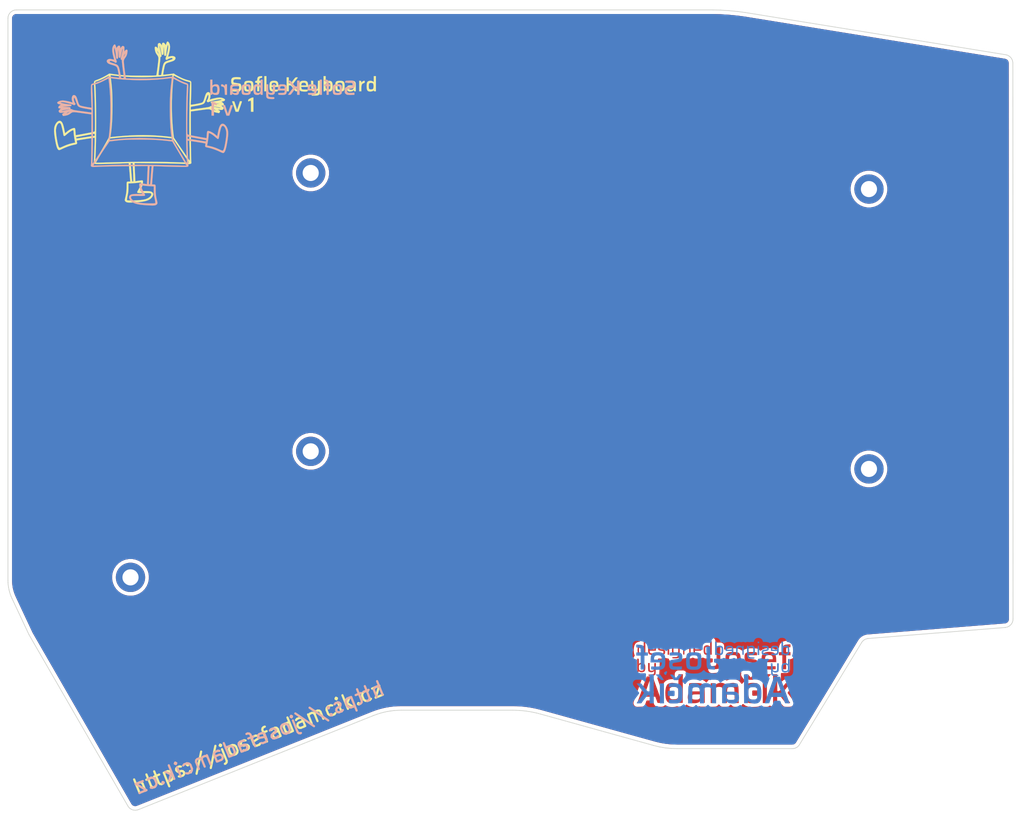
<source format=kicad_pcb>
(kicad_pcb (version 20171130) (host pcbnew 5.1.4-e60b266~84~ubuntu19.04.1)
  (layers (0 F.Cu signal hide) (31 B.Cu signal) (34 B.Paste user) (35 F.Paste user hide) (36 B.SilkS user) (37 F.SilkS user hide) (38 B.Mask user) (39 F.Mask user hide) (44 Edge.Cuts user))
  (net 0 "")
  (module logos:josef_adamcik_20mm_cu_mask (layer B.Cu) (at 117.2 113.95 180)
    (fp_text reference Ref** hide)
    (fp_text value Val** hide)
    (fp_poly (pts (xy -3.862494 1.725083) (xy -3.8735 -0.232833) (xy -4.3815 -0.232833) (xy -4.394787 -0.0716) (xy -4.408074 0.089634) (xy -4.569772 -0.056451) (xy -4.771611 -0.18615) (xy -5.023829 -0.265937) (xy -5.305757 -0.291945) (xy -5.59672 -0.260305) (xy -5.625135 -0.253912) (xy -5.831315 -0.172643) (xy -5.990986 -0.034111) (xy -6.107517 0.167076) (xy -6.184274 0.436311) (xy -6.218636 0.696236) (xy -6.238589 1.141321) (xy -6.219345 1.529005) (xy -6.181505 1.742998) (xy -5.6515 1.742998) (xy -5.6515 0.458336) (xy -5.52801 0.352115) (xy -5.459988 0.299706) (xy -5.391202 0.269373) (xy -5.297991 0.256557) (xy -5.156692 0.256698) (xy -5.052707 0.26053) (xy -4.874248 0.270556) (xy -4.756906 0.287007) (xy -4.677131 0.31651) (xy -4.611374 0.36569) (xy -4.58353 0.392546) (xy -4.537228 0.441112) (xy -4.505055 0.48876) (xy -4.48444 0.551105) (xy -4.47281 0.643765) (xy -4.467594 0.782357) (xy -4.466218 0.982498) (xy -4.466167 1.105102) (xy -4.466167 1.700279) (xy -4.604418 1.823806) (xy -4.681221 1.886363) (xy -4.755007 1.923302) (xy -4.851358 1.94129) (xy -4.995854 1.946996) (xy -5.078307 1.947333) (xy -5.255009 1.944135) (xy -5.371887 1.930833) (xy -5.453663 1.901871) (xy -5.525057 1.85169) (xy -5.532723 1.845166) (xy -5.6515 1.742998) (xy -6.181505 1.742998) (xy -6.161778 1.854555) (xy -6.066762 2.113234) (xy -5.935169 2.300306) (xy -5.920203 2.314732) (xy -5.757693 2.414737) (xy -5.545247 2.47391) (xy -5.304817 2.493603) (xy -5.058357 2.475167) (xy -4.827819 2.419955) (xy -4.635156 2.329319) (xy -4.520025 2.228513) (xy -4.494224 2.200431) (xy -4.475305 2.19624) (xy -4.462183 2.225922) (xy -4.453774 2.299459) (xy -4.448992 2.426832) (xy -4.446755 2.618023) (xy -4.445977 2.883013) (xy -4.445941 2.910417) (xy -4.445 3.683) (xy -3.851488 3.683) (xy -3.862494 1.725083)) (layer B.Cu) (width 0.01))
    (fp_poly (pts (xy -1.913923 2.471118) (xy -1.691464 2.461551) (xy -1.506046 2.447556) (xy -1.377455 2.429413) (xy -1.3462 2.420999) (xy -1.172616 2.321498) (xy -1.023562 2.167655) (xy -0.923776 1.987669) (xy -0.903558 1.916489) (xy -0.894327 1.828917) (xy -0.885975 1.671007) (xy -0.878924 1.457086) (xy -0.873593 1.20148) (xy -0.870401 0.918517) (xy -0.86972 0.762) (xy -0.867833 -0.232833) (xy -1.375833 -0.232833) (xy -1.418167 0.092491) (xy -1.524 -0.02271) (xy -1.638358 -0.120723) (xy -1.765996 -0.195916) (xy -1.767332 -0.196488) (xy -1.905476 -0.234986) (xy -2.095514 -0.262614) (xy -2.30512 -0.2772) (xy -2.50197 -0.276572) (xy -2.653739 -0.258558) (xy -2.661801 -0.2566) (xy -2.877787 -0.167169) (xy -3.03346 -0.022583) (xy -3.130906 0.18036) (xy -3.172212 0.444859) (xy -3.174005 0.529167) (xy -3.170776 0.567339) (xy -2.624667 0.567339) (xy -2.614368 0.419248) (xy -2.574898 0.318178) (xy -2.493394 0.255626) (xy -2.356997 0.223088) (xy -2.152843 0.21206) (xy -2.086749 0.211667) (xy -1.910063 0.213961) (xy -1.793539 0.224882) (xy -1.712714 0.250493) (xy -1.643122 0.296854) (xy -1.602824 0.331555) (xy -1.520911 0.417993) (xy -1.475745 0.512204) (xy -1.45265 0.648464) (xy -1.448747 0.691389) (xy -1.428849 0.931333) (xy -1.949341 0.931333) (xy -2.202537 0.928505) (xy -2.38326 0.915665) (xy -2.50363 0.88628) (xy -2.57577 0.833816) (xy -2.611801 0.75174) (xy -2.623844 0.633519) (xy -2.624667 0.567339) (xy -3.170776 0.567339) (xy -3.14958 0.817867) (xy -3.077454 1.03836) (xy -2.956523 1.19313) (xy -2.848273 1.26101) (xy -2.765667 1.290841) (xy -2.661786 1.311339) (xy -2.520878 1.323894) (xy -2.327191 1.329898) (xy -2.064971 1.330743) (xy -2.059226 1.330718) (xy -1.430286 1.327936) (xy -1.448187 1.575417) (xy -1.460279 1.709882) (xy -1.481938 1.809548) (xy -1.524571 1.879627) (xy -1.599583 1.925325) (xy -1.71838 1.951855) (xy -1.892368 1.964424) (xy -2.132953 1.968242) (xy -2.308825 1.9685) (xy -3.005715 1.9685) (xy -3.005691 2.189944) (xy -3.001932 2.320848) (xy -2.983152 2.391728) (xy -2.93804 2.427142) (xy -2.88925 2.442774) (xy -2.778405 2.459531) (xy -2.605663 2.470465) (xy -2.39081 2.475855) (xy -2.153634 2.475979) (xy -1.913923 2.471118)) (layer B.Cu) (width 0.01))
    (fp_poly (pts (xy 5.863167 2.485319) (xy 6.082275 2.470525) (xy 6.230628 2.452409) (xy 6.322019 2.423158) (xy 6.370238 2.374958) (xy 6.389078 2.299996) (xy 6.392332 2.19046) (xy 6.392333 2.185549) (xy 6.392333 1.967156) (xy 5.933189 1.982871) (xy 5.708261 1.98749) (xy 5.548827 1.982165) (xy 5.436116 1.965224) (xy 5.351361 1.934995) (xy 5.341777 1.930189) (xy 5.250717 1.874785) (xy 5.185829 1.808109) (xy 5.142817 1.71567) (xy 5.117384 1.582977) (xy 5.105232 1.395542) (xy 5.102066 1.138874) (xy 5.102067 1.121833) (xy 5.108755 0.815574) (xy 5.134551 0.584003) (xy 5.188589 0.417735) (xy 5.280002 0.307382) (xy 5.417922 0.243557) (xy 5.611482 0.216873) (xy 5.869816 0.217942) (xy 5.976459 0.223093) (xy 6.392333 0.246009) (xy 6.392333 0.0217) (xy 6.383364 -0.1282) (xy 6.354231 -0.208197) (xy 6.328856 -0.226966) (xy 6.238999 -0.244981) (xy 6.087607 -0.259204) (xy 5.897748 -0.269079) (xy 5.692493 -0.274048) (xy 5.494909 -0.273554) (xy 5.328068 -0.267038) (xy 5.215038 -0.253944) (xy 5.2148 -0.253893) (xy 4.957651 -0.164456) (xy 4.763611 -0.018615) (xy 4.640705 0.165527) (xy 4.606732 0.247145) (xy 4.582489 0.332345) (xy 4.566376 0.437005) (xy 4.556797 0.577004) (xy 4.552152 0.768223) (xy 4.550842 1.026541) (xy 4.550833 1.058333) (xy 4.552469 1.336669) (xy 4.558274 1.546131) (xy 4.569597 1.702465) (xy 4.587786 1.821416) (xy 4.614187 1.918732) (xy 4.627664 1.955944) (xy 4.739771 2.163003) (xy 4.899376 2.317477) (xy 5.112543 2.421965) (xy 5.385332 2.479063) (xy 5.723808 2.491369) (xy 5.863167 2.485319)) (layer B.Cu) (width 0.01))
    (fp_poly (pts (xy -7.348135 1.62019) (xy -7.216225 1.250899) (xy -7.092798 0.905305) (xy -6.980835 0.591758) (xy -6.883316 0.318606) (xy -6.803221 0.094197) (xy -6.74353 -0.073119) (xy -6.707224 -0.174996) (xy -6.69727 -0.203044) (xy -6.706404 -0.231638) (xy -6.767668 -0.246107) (xy -6.893837 -0.248323) (xy -6.986323 -0.245378) (xy -7.294542 -0.232833) (xy -7.45289 0.1905) (xy -7.611239 0.613833) (xy -9.163431 0.613833) (xy -9.467059 -0.232833) (xy -10.074929 -0.257701) (xy -9.927357 0.1569) (xy -9.877186 0.29745) (xy -9.802997 0.504732) (xy -9.70943 0.76581) (xy -9.601125 1.067748) (xy -9.558918 1.185333) (xy -8.971926 1.185333) (xy -7.793089 1.185333) (xy -7.850518 1.344083) (xy -7.886741 1.444427) (xy -7.944022 1.603343) (xy -8.014758 1.799736) (xy -8.091351 2.012511) (xy -8.098364 2.032) (xy -8.174157 2.241449) (xy -8.244128 2.432674) (xy -8.301008 2.585954) (xy -8.33753 2.681568) (xy -8.340174 2.688167) (xy -8.391566 2.815167) (xy -8.467174 2.6035) (xy -8.508866 2.486611) (xy -8.571462 2.310899) (xy -8.647502 2.097317) (xy -8.729525 1.866815) (xy -8.757355 1.788583) (xy -8.971926 1.185333) (xy -9.558918 1.185333) (xy -9.482722 1.397608) (xy -9.358861 1.742454) (xy -9.277625 1.9685) (xy -8.775466 3.3655) (xy -8.37765 3.377024) (xy -7.979833 3.388547) (xy -7.348135 1.62019)) (layer B.Cu) (width 0.01))
    (fp_poly (pts (xy 1.51609 2.491298) (xy 1.737204 2.435831) (xy 1.923376 2.335862) (xy 2.056224 2.192311) (xy 2.063995 2.178977) (xy 2.095455 2.148212) (xy 2.144081 2.163679) (xy 2.227584 2.232733) (xy 2.255 2.258302) (xy 2.460762 2.395462) (xy 2.720241 2.473769) (xy 3.023917 2.490671) (xy 3.101828 2.485352) (xy 3.325941 2.443653) (xy 3.493052 2.357252) (xy 3.624508 2.21354) (xy 3.661833 2.154575) (xy 3.687449 2.105554) (xy 3.707581 2.048577) (xy 3.723054 1.972935) (xy 3.734693 1.86792) (xy 3.743322 1.722825) (xy 3.749767 1.526941) (xy 3.754853 1.26956) (xy 3.759404 0.939975) (xy 3.760155 0.878417) (xy 3.773811 -0.254) (xy 3.224049 -0.254) (xy 3.210108 0.765795) (xy 3.205552 1.08523) (xy 3.200984 1.33076) (xy 3.195292 1.513143) (xy 3.187362 1.643134) (xy 3.176083 1.73149) (xy 3.16034 1.788965) (xy 3.13902 1.826317) (xy 3.111013 1.8543) (xy 3.096227 1.866462) (xy 2.986952 1.915752) (xy 2.827407 1.943654) (xy 2.649652 1.948525) (xy 2.485748 1.928726) (xy 2.402127 1.901988) (xy 2.334894 1.866974) (xy 2.282667 1.823643) (xy 2.243368 1.761462) (xy 2.214917 1.669894) (xy 2.195236 1.538405) (xy 2.182244 1.356458) (xy 2.173864 1.113519) (xy 2.168017 0.799053) (xy 2.166722 0.709083) (xy 2.153277 -0.254) (xy 1.608667 -0.254) (xy 1.605576 0.560917) (xy 1.602006 0.938177) (xy 1.59385 1.239234) (xy 1.580187 1.472472) (xy 1.560092 1.646276) (xy 1.532642 1.769031) (xy 1.496914 1.849119) (xy 1.459205 1.890015) (xy 1.366191 1.924013) (xy 1.211076 1.943759) (xy 1.094936 1.947333) (xy 0.928913 1.942334) (xy 0.818592 1.92252) (xy 0.735352 1.880673) (xy 0.690277 1.845249) (xy 0.5715 1.743164) (xy 0.550333 0.755165) (xy 0.529167 -0.232833) (xy 0.243417 -0.245351) (xy -0.042333 -0.257868) (xy -0.042333 2.455333) (xy 0.508 2.455333) (xy 0.508 2.103679) (xy 0.649862 2.24975) (xy 0.826921 2.38149) (xy 1.042567 2.465048) (xy 1.278418 2.501344) (xy 1.51609 2.491298)) (layer B.Cu) (width 0.01))
    (fp_poly (pts (xy 7.62 -0.254) (xy 7.069667 -0.254) (xy 7.069667 2.455333) (xy 7.62 2.455333) (xy 7.62 -0.254)) (layer B.Cu) (width 0.01))
    (fp_poly (pts (xy 9.026903 2.529417) (xy 9.038167 1.375833) (xy 9.174028 1.362696) (xy 9.227047 1.361476) (xy 9.27663 1.375184) (xy 9.332552 1.41305) (xy 9.40459 1.484306) (xy 9.502519 1.598181) (xy 9.636115 1.763907) (xy 9.745528 1.902305) (xy 10.181167 2.455051) (xy 10.491728 2.455192) (xy 10.80229 2.455333) (xy 10.577949 2.169583) (xy 10.441557 1.996348) (xy 10.282388 1.794907) (xy 10.130463 1.603244) (xy 10.101129 1.566333) (xy 9.987534 1.423211) (xy 9.891703 1.30197) (xy 9.827446 1.220105) (xy 9.810839 1.198564) (xy 9.820533 1.145903) (xy 9.883741 1.032238) (xy 10.001015 0.856723) (xy 10.172903 0.618512) (xy 10.284014 0.469633) (xy 10.439419 0.262162) (xy 10.575791 0.078058) (xy 10.685464 -0.072164) (xy 10.760775 -0.177989) (xy 10.794059 -0.228898) (xy 10.795 -0.231515) (xy 10.75618 -0.242415) (xy 10.653749 -0.250375) (xy 10.508753 -0.253861) (xy 10.488083 -0.253906) (xy 10.181167 -0.253811) (xy 9.757833 0.296333) (xy 9.60012 0.500246) (xy 9.483433 0.646353) (xy 9.397593 0.744274) (xy 9.332423 0.803631) (xy 9.277743 0.834047) (xy 9.223376 0.845142) (xy 9.17575 0.846573) (xy 9.017 0.846667) (xy 9.017 -0.254) (xy 8.466667 -0.254) (xy 8.466667 3.683) (xy 9.015639 3.683) (xy 9.026903 2.529417)) (layer B.Cu) (width 0.01))
    (fp_poly (pts (xy 6.148354 3.677914) (xy 6.215076 3.66507) (xy 6.223 3.657839) (xy 6.199707 3.615135) (xy 6.136806 3.519678) (xy 6.04476 3.38699) (xy 5.966116 3.276839) (xy 5.709232 2.921) (xy 5.426366 2.922356) (xy 5.1435 2.923713) (xy 4.878414 3.292773) (xy 4.613327 3.661833) (xy 4.805292 3.674776) (xy 4.906284 3.677902) (xy 4.981216 3.66245) (xy 5.053123 3.615789) (xy 5.145038 3.525287) (xy 5.213872 3.450706) (xy 5.430487 3.213695) (xy 5.63963 3.448348) (xy 5.752209 3.570114) (xy 5.834477 3.640473) (xy 5.909964 3.673358) (xy 6.002201 3.682704) (xy 6.035886 3.683) (xy 6.148354 3.677914)) (layer B.Cu) (width 0.01))
    (fp_poly (pts (xy 8.104469 3.58775) (xy 8.040014 3.514969) (xy 7.934837 3.401354) (xy 7.807341 3.266676) (xy 7.749793 3.20675) (xy 7.618331 3.072837) (xy 7.525074 2.989011) (xy 7.450346 2.943566) (xy 7.374468 2.9248) (xy 7.277764 2.921007) (xy 7.269387 2.921) (xy 7.144789 2.926894) (xy 7.092979 2.946852) (xy 7.095614 2.973917) (xy 7.132615 3.030099) (xy 7.206154 3.136837) (xy 7.303539 3.275806) (xy 7.359525 3.354917) (xy 7.592493 3.683) (xy 8.183455 3.683) (xy 8.104469 3.58775)) (layer B.Cu) (width 0.01))
    (fp_poly (pts (xy -8.382 4.728633) (xy -8.377068 4.474941) (xy -8.362395 4.301066) (xy -8.338169 4.20895) (xy -8.3312 4.199467) (xy -8.24722 4.162502) (xy -8.118261 4.150279) (xy -7.980102 4.162113) (xy -7.868524 4.197317) (xy -7.850341 4.208678) (xy -7.813385 4.245883) (xy -7.788142 4.30443) (xy -7.771624 4.400696) (xy -7.760846 4.551055) (xy -7.753838 4.737845) (xy -7.739509 5.207) (xy -7.524669 5.207) (xy -7.545401 4.47675) (xy -7.554031 4.2319) (xy -7.564897 4.01292) (xy -7.576978 3.8354) (xy -7.589253 3.714932) (xy -7.598197 3.670851) (xy -7.680371 3.572787) (xy -7.831793 3.508206) (xy -8.056321 3.47585) (xy -8.210565 3.471333) (xy -8.38038 3.473261) (xy -8.482397 3.481683) (xy -8.533446 3.50056) (xy -8.550357 3.533852) (xy -8.551333 3.551518) (xy -8.541972 3.592219) (xy -8.502713 3.61811) (xy -8.416799 3.633942) (xy -8.26747 3.644468) (xy -8.214555 3.646996) (xy -8.049825 3.659895) (xy -7.916225 3.680321) (xy -7.837807 3.704342) (xy -7.830215 3.709852) (xy -7.795081 3.779481) (xy -7.76517 3.89556) (xy -7.758572 3.936948) (xy -7.734491 4.116482) (xy -7.835996 4.052944) (xy -7.959202 3.993212) (xy -8.055503 3.961999) (xy -8.191577 3.954671) (xy -8.340559 3.981769) (xy -8.470405 4.034038) (xy -8.549072 4.102225) (xy -8.550614 4.104988) (xy -8.567466 4.17747) (xy -8.581226 4.314686) (xy -8.590441 4.496718) (xy -8.593667 4.696217) (xy -8.593667 5.207) (xy -8.382 5.207) (xy -8.382 4.728633)) (layer B.Cu) (width 0.01))
    (fp_poly (pts (xy -9.918423 5.796404) (xy -9.887169 5.775488) (xy -9.87087 5.720227) (xy -9.864659 5.613929) (xy -9.863667 5.439901) (xy -9.863667 5.073855) (xy -9.752124 5.161594) (xy -9.610159 5.227562) (xy -9.432107 5.248409) (xy -9.254836 5.221978) (xy -9.186333 5.194689) (xy -9.082997 5.096414) (xy -9.013218 4.927037) (xy -8.9798 4.694342) (xy -8.977292 4.614333) (xy -8.989539 4.361806) (xy -9.03402 4.179495) (xy -9.114281 4.057959) (xy -9.209064 3.997118) (xy -9.404651 3.945951) (xy -9.608587 3.962279) (xy -9.630833 3.967448) (xy -9.734623 4.013398) (xy -9.784353 4.049031) (xy -9.840847 4.087849) (xy -9.870981 4.062207) (xy -9.878274 4.044661) (xy -9.936317 3.990846) (xy -9.989338 3.979333) (xy -10.017639 3.982243) (xy -10.038934 3.997992) (xy -10.05422 4.03711) (xy -10.064492 4.11013) (xy -10.070744 4.22758) (xy -10.073971 4.399992) (xy -10.074942 4.593167) (xy -9.863667 4.593167) (xy -9.851368 4.39031) (xy -9.808277 4.257129) (xy -9.725104 4.181407) (xy -9.592558 4.150928) (xy -9.525624 4.148667) (xy -9.360119 4.165082) (xy -9.25677 4.211476) (xy -9.252857 4.215191) (xy -9.213873 4.285011) (xy -9.192624 4.407426) (xy -9.186333 4.593167) (xy -9.194285 4.793107) (xy -9.22532 4.923387) (xy -9.290204 4.998116) (xy -9.399707 5.0314) (xy -9.525624 5.037667) (xy -9.679896 5.021494) (xy -9.781181 4.964833) (xy -9.838768 4.855467) (xy -9.861947 4.681181) (xy -9.863667 4.593167) (xy -10.074942 4.593167) (xy -10.075168 4.637897) (xy -10.075333 4.8895) (xy -10.075333 5.799667) (xy -9.9695 5.799667) (xy -9.918423 5.796404)) (layer B.Cu) (width 0.01))
    (fp_poly (pts (xy 3.298341 6.701738) (xy 3.520519 6.678708) (xy 3.685512 6.636058) (xy 3.806631 6.569994) (xy 3.897187 6.47672) (xy 3.916176 6.449369) (xy 3.969679 6.319083) (xy 4.009001 6.125692) (xy 4.034265 5.887778) (xy 4.045591 5.623927) (xy 4.043102 5.352723) (xy 4.026918 5.092749) (xy 3.997161 4.862592) (xy 3.953951 4.680835) (xy 3.903936 4.574367) (xy 3.768179 4.459091) (xy 3.557864 4.378635) (xy 3.275977 4.333832) (xy 3.005667 4.324186) (xy 2.812218 4.328706) (xy 2.635736 4.338689) (xy 2.503923 4.352341) (xy 2.466977 4.359103) (xy 2.247704 4.448944) (xy 2.086344 4.599836) (xy 2.043464 4.667649) (xy 2.015138 4.731303) (xy 1.994788 4.811874) (xy 1.981184 4.923431) (xy 1.973094 5.080047) (xy 1.969288 5.295794) (xy 1.9685 5.5245) (xy 1.968515 5.52923) (xy 2.455333 5.52923) (xy 2.458154 5.252362) (xy 2.472543 5.049216) (xy 2.507386 4.90889) (xy 2.57157 4.82048) (xy 2.673982 4.773084) (xy 2.82351 4.755801) (xy 3.029039 4.757727) (xy 3.082649 4.759646) (xy 3.276462 4.774545) (xy 3.401031 4.803783) (xy 3.463649 4.842502) (xy 3.496324 4.892253) (xy 3.51939 4.975038) (xy 3.535119 5.105848) (xy 3.545777 5.299674) (xy 3.549469 5.40959) (xy 3.554267 5.687943) (xy 3.547625 5.89448) (xy 3.526183 6.041669) (xy 3.486582 6.141974) (xy 3.425461 6.207861) (xy 3.339462 6.251795) (xy 3.320675 6.258472) (xy 3.141147 6.293155) (xy 2.915851 6.296697) (xy 2.880306 6.294379) (xy 2.726448 6.278404) (xy 2.614976 6.249196) (xy 2.539088 6.194509) (xy 2.491984 6.1021) (xy 2.466863 5.959723) (xy 2.456925 5.755135) (xy 2.455333 5.52923) (xy 1.968515 5.52923) (xy 1.969407 5.792992) (xy 1.973087 5.991368) (xy 1.980977 6.134166) (xy 1.994517 6.235927) (xy 2.015145 6.311189) (xy 2.044298 6.374494) (xy 2.054345 6.392333) (xy 2.141498 6.512883) (xy 2.251311 6.600158) (xy 2.397382 6.658685) (xy 2.593314 6.692991) (xy 2.852706 6.707601) (xy 3.005667 6.708944) (xy 3.298341 6.701738)) (layer B.Cu) (width 0.01))
    (fp_poly (pts (xy 5.734944 6.705715) (xy 5.924259 6.698353) (xy 6.070697 6.68778) (xy 6.148917 6.676174) (xy 6.221961 6.647087) (xy 6.255846 6.594286) (xy 6.265141 6.490451) (xy 6.265333 6.457894) (xy 6.265333 6.271067) (xy 5.721926 6.278784) (xy 5.466307 6.27978) (xy 5.283276 6.271225) (xy 5.160894 6.248403) (xy 5.08722 6.206601) (xy 5.050315 6.141106) (xy 5.038238 6.047204) (xy 5.037667 6.008648) (xy 5.045327 5.899552) (xy 5.0643 5.832978) (xy 5.069876 5.82709) (xy 5.122239 5.813827) (xy 5.240853 5.792499) (xy 5.408025 5.766067) (xy 5.602796 5.73794) (xy 5.849798 5.701103) (xy 6.026856 5.665937) (xy 6.148348 5.626486) (xy 6.228654 5.576798) (xy 6.28215 5.510916) (xy 6.315144 5.442948) (xy 6.352359 5.29156) (xy 6.366143 5.097592) (xy 6.357393 4.894788) (xy 6.327008 4.716888) (xy 6.293384 4.625316) (xy 6.224511 4.514498) (xy 6.14316 4.436263) (xy 6.033637 4.384797) (xy 5.880247 4.354289) (xy 5.667296 4.338927) (xy 5.508423 4.334633) (xy 5.290876 4.333493) (xy 5.084426 4.337219) (xy 4.915448 4.345074) (xy 4.826 4.353684) (xy 4.6355 4.3815) (xy 4.610032 4.775398) (xy 5.202223 4.768949) (xy 5.450065 4.769406) (xy 5.64609 4.776232) (xy 5.779338 4.788787) (xy 5.83858 4.806156) (xy 5.892953 4.907324) (xy 5.910227 5.03944) (xy 5.886405 5.157711) (xy 5.872115 5.181858) (xy 5.822684 5.223312) (xy 5.73358 5.257173) (xy 5.589942 5.287518) (xy 5.376913 5.318425) (xy 5.37207 5.319047) (xy 5.174688 5.347541) (xy 4.997364 5.378817) (xy 4.864338 5.408311) (xy 4.81342 5.424236) (xy 4.691354 5.510263) (xy 4.612211 5.654421) (xy 4.572855 5.864165) (xy 4.567033 6.009555) (xy 4.579776 6.239179) (xy 4.625528 6.41474) (xy 4.713121 6.542688) (xy 4.851387 6.629473) (xy 5.049157 6.681543) (xy 5.315263 6.705348) (xy 5.5245 6.70873) (xy 5.734944 6.705715)) (layer B.Cu) (width 0.01))
    (fp_poly (pts (xy 8.077081 6.718202) (xy 8.341611 6.68423) (xy 8.541733 6.620735) (xy 8.68635 6.517507) (xy 8.784366 6.364335) (xy 8.844685 6.151011) (xy 8.876209 5.867324) (xy 8.880024 5.797443) (xy 8.90199 5.334) (xy 7.354989 5.334) (xy 7.376995 5.138758) (xy 7.397795 5.005046) (xy 7.433584 4.907269) (xy 7.496355 4.839928) (xy 7.598103 4.797522) (xy 7.750822 4.774553) (xy 7.966505 4.76552) (xy 8.192902 4.764634) (xy 8.805333 4.766768) (xy 8.805333 4.372395) (xy 8.545123 4.345197) (xy 8.307809 4.328353) (xy 8.048498 4.322889) (xy 7.794329 4.328282) (xy 7.572435 4.344007) (xy 7.421213 4.366904) (xy 7.212095 4.454827) (xy 7.049275 4.607389) (xy 6.946989 4.81087) (xy 6.941842 4.828959) (xy 6.917055 4.973858) (xy 6.90088 5.176525) (xy 6.893253 5.41308) (xy 6.894113 5.659644) (xy 6.896321 5.715) (xy 7.354492 5.715) (xy 8.424333 5.715) (xy 8.424333 5.861175) (xy 8.395729 6.055999) (xy 8.308369 6.193391) (xy 8.159936 6.27495) (xy 7.94811 6.302278) (xy 7.797328 6.294122) (xy 7.608407 6.257235) (xy 7.485674 6.184033) (xy 7.413601 6.060361) (xy 7.381968 5.915463) (xy 7.354492 5.715) (xy 6.896321 5.715) (xy 6.903398 5.892339) (xy 6.921046 6.087285) (xy 6.945441 6.215566) (xy 7.047561 6.417664) (xy 7.216344 6.57005) (xy 7.449051 6.671508) (xy 7.742942 6.720821) (xy 8.077081 6.718202)) (layer B.Cu) (width 0.01))
    (fp_poly (pts (xy 1.262071 6.12775) (xy 1.257809 5.702375) (xy 1.251865 5.353789) (xy 1.240943 5.074131) (xy 1.221741 4.855537) (xy 1.190962 4.690146) (xy 1.145306 4.570095) (xy 1.081473 4.487523) (xy 0.996166 4.434568) (xy 0.886083 4.403366) (xy 0.747928 4.386058) (xy 0.578399 4.374779) (xy 0.525164 4.371649) (xy 0.127 4.347894) (xy 0.127 4.773911) (xy 0.355099 4.80241) (xy 0.460884 4.814749) (xy 0.545358 4.828348) (xy 0.611003 4.852034) (xy 0.660297 4.894634) (xy 0.695721 4.964975) (xy 0.719753 5.071884) (xy 0.734874 5.224188) (xy 0.743563 5.430714) (xy 0.7483 5.700289) (xy 0.751564 6.04174) (xy 0.753198 6.219542) (xy 0.765562 7.493) (xy 1.27531 7.493) (xy 1.262071 6.12775)) (layer B.Cu) (width 0.01))
    (fp_poly (pts (xy 10.837333 7.376484) (xy 10.607066 7.357389) (xy 10.43141 7.333735) (xy 10.323277 7.286792) (xy 10.266867 7.199174) (xy 10.24638 7.053496) (xy 10.244667 6.95865) (xy 10.244667 6.688667) (xy 10.837333 6.688667) (xy 10.837333 6.265333) (xy 10.244667 6.265333) (xy 10.244667 4.360333) (xy 9.736667 4.360333) (xy 9.736667 6.265333) (xy 9.271 6.265333) (xy 9.271 6.688667) (xy 9.724117 6.688667) (xy 9.749779 7.021435) (xy 9.779253 7.279306) (xy 9.829959 7.465359) (xy 9.914237 7.591972) (xy 10.044431 7.671527) (xy 10.232882 7.716402) (xy 10.463586 7.737434) (xy 10.837333 7.758744) (xy 10.837333 7.376484)) (layer B.Cu) (width 0.01))
    (fp_poly (pts (xy -4.327098 7.617196) (xy -4.304882 7.601208) (xy -4.289991 7.560676) (xy -4.28135 7.484236) (xy -4.277882 7.360529) (xy -4.278511 7.178191) (xy -4.282161 6.925861) (xy -4.283632 6.837905) (xy -4.288767 6.561711) (xy -4.29456 6.357336) (xy -4.302612 6.211938) (xy -4.314526 6.112674) (xy -4.331904 6.046701) (xy -4.356347 6.001178) (xy -4.389458 5.963262) (xy -4.393213 5.959489) (xy -4.452875 5.911116) (xy -4.52841 5.880261) (xy -4.641226 5.861837) (xy -4.812733 5.850758) (xy -4.85888 5.848863) (xy -5.028567 5.845865) (xy -5.16512 5.850122) (xy -5.247142 5.860691) (xy -5.259917 5.866502) (xy -5.289931 5.934777) (xy -5.291667 5.954889) (xy -5.267388 5.98589) (xy -5.186497 6.003862) (xy -5.036913 6.010986) (xy -4.978857 6.011333) (xy -4.767282 6.02227) (xy -4.623583 6.060994) (xy -4.533109 6.13638) (xy -4.481208 6.257302) (xy -4.467901 6.320796) (xy -4.440209 6.482092) (xy -4.544662 6.413651) (xy -4.675079 6.364444) (xy -4.846276 6.34494) (xy -5.021062 6.355402) (xy -5.162245 6.396093) (xy -5.18507 6.409107) (xy -5.2599 6.485084) (xy -5.307381 6.604014) (xy -5.330016 6.778009) (xy -5.330235 6.955586) (xy -5.136445 6.955586) (xy -5.132747 6.782535) (xy -5.118845 6.67365) (xy -5.090526 6.608641) (xy -5.057798 6.576841) (xy -4.933138 6.529086) (xy -4.77721 6.524335) (xy -4.630675 6.560931) (xy -4.570465 6.596731) (xy -4.519394 6.649054) (xy -4.490392 6.71793) (xy -4.477538 6.826884) (xy -4.474883 6.976476) (xy -4.481752 7.172399) (xy -4.509817 7.298891) (xy -4.570264 7.370593) (xy -4.674279 7.402145) (xy -4.804833 7.408333) (xy -4.952305 7.399875) (xy -5.048654 7.364899) (xy -5.104428 7.289004) (xy -5.130175 7.157787) (xy -5.136444 6.956847) (xy -5.136445 6.955586) (xy -5.330235 6.955586) (xy -5.330314 7.019182) (xy -5.327008 7.095051) (xy -5.315639 7.263806) (xy -5.297141 7.372327) (xy -5.263565 7.445042) (xy -5.206962 7.506379) (xy -5.187652 7.523341) (xy -5.100118 7.586679) (xy -5.009952 7.613797) (xy -4.881261 7.613706) (xy -4.840111 7.610591) (xy -4.671326 7.58122) (xy -4.549346 7.529504) (xy -4.530323 7.514761) (xy -4.468669 7.463727) (xy -4.447385 7.474053) (xy -4.445 7.528772) (xy -4.418843 7.603356) (xy -4.357716 7.62) (xy -4.327098 7.617196)) (layer B.Cu) (width 0.01))
    (fp_poly (pts (xy -8.974667 7.260167) (xy -8.97496 6.960585) (xy -8.976493 6.735145) (xy -8.980244 6.57332) (xy -8.987193 6.464586) (xy -8.998319 6.398417) (xy -9.014601 6.364288) (xy -9.037017 6.351674) (xy -9.059333 6.35) (xy -9.1287 6.378316) (xy -9.145287 6.44525) (xy -9.150889 6.508789) (xy -9.172897 6.4941) (xy -9.188792 6.468083) (xy -9.255541 6.409676) (xy -9.365717 6.358873) (xy -9.388588 6.351903) (xy -9.524735 6.320656) (xy -9.638134 6.317538) (xy -9.767573 6.337432) (xy -9.884465 6.386075) (xy -9.964818 6.485499) (xy -10.012683 6.645057) (xy -10.032107 6.874097) (xy -10.033 6.950478) (xy -10.032429 6.963833) (xy -9.8425 6.963833) (xy -9.833018 6.762219) (xy -9.805583 6.628858) (xy -9.7844 6.58934) (xy -9.697069 6.539685) (xy -9.564376 6.519066) (xy -9.420486 6.527479) (xy -9.299569 6.564921) (xy -9.26375 6.589395) (xy -9.221002 6.646978) (xy -9.196932 6.736972) (xy -9.187196 6.880588) (xy -9.186333 6.967371) (xy -9.19452 7.166502) (xy -9.226246 7.296027) (xy -9.292263 7.370034) (xy -9.403324 7.402612) (xy -9.52284 7.408333) (xy -9.666764 7.397703) (xy -9.760534 7.356424) (xy -9.814281 7.270409) (xy -9.838133 7.125575) (xy -9.8425 6.963833) (xy -10.032429 6.963833) (xy -10.021814 7.21202) (xy -9.986386 7.399823) (xy -9.92391 7.52206) (xy -9.831582 7.5869) (xy -9.812446 7.592875) (xy -9.621958 7.618115) (xy -9.430521 7.601519) (xy -9.30275 7.55875) (xy -9.186333 7.498021) (xy -9.186333 7.834177) (xy -9.185185 8.001385) (xy -9.178101 8.101265) (xy -9.159621 8.151157) (xy -9.124289 8.168398) (xy -9.0805 8.170333) (xy -8.974667 8.170333) (xy -8.974667 7.260167)) (layer B.Cu) (width 0.01))
    (fp_poly (pts (xy -7.891808 7.610548) (xy -7.721183 7.5632) (xy -7.610033 7.463198) (xy -7.550719 7.304093) (xy -7.535333 7.110008) (xy -7.535333 6.900333) (xy -8.382 6.900333) (xy -8.382 6.776357) (xy -8.366714 6.66127) (xy -8.312487 6.585046) (xy -8.206769 6.540803) (xy -8.037008 6.521659) (xy -7.91331 6.519333) (xy -7.744856 6.517295) (xy -7.644136 6.508533) (xy -7.594262 6.489076) (xy -7.578346 6.454955) (xy -7.577667 6.440421) (xy -7.616309 6.381709) (xy -7.720003 6.33988) (xy -7.870399 6.317227) (xy -8.049151 6.316043) (xy -8.237908 6.338621) (xy -8.295265 6.350728) (xy -8.409959 6.394216) (xy -8.49103 6.453363) (xy -8.494612 6.457944) (xy -8.546074 6.577611) (xy -8.578843 6.757646) (xy -8.590117 6.975256) (xy -8.581452 7.164723) (xy -8.577089 7.191483) (xy -8.382 7.191483) (xy -8.382 7.069667) (xy -7.69794 7.069667) (xy -7.72693 7.20725) (xy -7.763812 7.33088) (xy -7.823365 7.398269) (xy -7.928275 7.425577) (xy -8.038944 7.4295) (xy -8.219868 7.409379) (xy -8.331363 7.346346) (xy -8.379196 7.236402) (xy -8.382 7.191483) (xy -8.577089 7.191483) (xy -8.549291 7.361937) (xy -8.485559 7.491069) (xy -8.375116 7.567093) (xy -8.202822 7.604985) (xy -8.129546 7.611692) (xy -7.891808 7.610548)) (layer B.Cu) (width 0.01))
    (fp_poly (pts (xy -6.446255 7.597278) (xy -6.36716 7.548664) (xy -6.35 7.492843) (xy -6.357552 7.447009) (xy -6.393315 7.425761) (xy -6.47695 7.424527) (xy -6.596901 7.435438) (xy -6.802587 7.44198) (xy -6.938404 7.408938) (xy -7.010782 7.333428) (xy -7.027333 7.242448) (xy -7.006866 7.151803) (xy -6.936772 7.097807) (xy -6.804017 7.073484) (xy -6.705567 7.070245) (xy -6.565635 7.054864) (xy -6.443641 7.024119) (xy -6.329837 6.94383) (xy -6.27479 6.804334) (xy -6.279436 6.608271) (xy -6.284931 6.576311) (xy -6.339953 6.449459) (xy -6.452556 6.365573) (xy -6.627826 6.32309) (xy -6.870847 6.320446) (xy -7.059083 6.338291) (xy -7.160804 6.36636) (xy -7.196089 6.423465) (xy -7.196667 6.435637) (xy -7.187841 6.475642) (xy -7.150337 6.500998) (xy -7.067619 6.516088) (xy -6.923149 6.525295) (xy -6.847417 6.528205) (xy -6.498167 6.5405) (xy -6.498167 6.836833) (xy -6.812674 6.888874) (xy -6.970952 6.919843) (xy -7.097832 6.953449) (xy -7.168684 6.983027) (xy -7.172507 6.986241) (xy -7.199104 7.052686) (xy -7.21541 7.17021) (xy -7.217833 7.239605) (xy -7.202991 7.404098) (xy -7.149321 7.511677) (xy -7.04311 7.575117) (xy -6.870641 7.607194) (xy -6.818492 7.611599) (xy -6.594805 7.617776) (xy -6.446255 7.597278)) (layer B.Cu) (width 0.01))
    (fp_poly (pts (xy -1.610155 7.589596) (xy -1.527279 7.558196) (xy -1.438985 7.49323) (xy -1.385755 7.397484) (xy -1.360361 7.25177) (xy -1.355245 7.101417) (xy -1.354667 6.900333) (xy -2.201333 6.900333) (xy -2.201333 6.776357) (xy -2.186047 6.66127) (xy -2.13182 6.585046) (xy -2.026102 6.540803) (xy -1.856341 6.521659) (xy -1.732643 6.519333) (xy -1.564189 6.517295) (xy -1.46347 6.508533) (xy -1.413596 6.489076) (xy -1.39768 6.454955) (xy -1.397 6.440421) (xy -1.436047 6.381458) (xy -1.542701 6.33982) (xy -1.701234 6.317878) (xy -1.895919 6.318005) (xy -2.079707 6.337486) (xy -2.219927 6.390738) (xy -2.317957 6.504884) (xy -2.378103 6.68673) (xy -2.398694 6.841671) (xy -2.404624 7.123207) (xy -2.397178 7.167409) (xy -2.201333 7.167409) (xy -2.196768 7.119192) (xy -2.171669 7.090173) (xy -2.108928 7.075489) (xy -1.991441 7.07028) (xy -1.857375 7.069667) (xy -1.513417 7.069667) (xy -1.540669 7.205927) (xy -1.576759 7.327661) (xy -1.637877 7.395732) (xy -1.745342 7.424692) (xy -1.868196 7.4295) (xy -2.043961 7.407195) (xy -2.152322 7.337437) (xy -2.198697 7.215965) (xy -2.201333 7.167409) (xy -2.397178 7.167409) (xy -2.369014 7.334572) (xy -2.290537 7.480103) (xy -2.179033 7.559702) (xy -1.998422 7.606721) (xy -1.796046 7.616656) (xy -1.610155 7.589596)) (layer B.Cu) (width 0.01))
    (fp_poly (pts (xy 0.084667 6.35) (xy -0.021167 6.35) (xy -0.107998 6.373433) (xy -0.127 6.420061) (xy -0.133095 6.466549) (xy -0.16581 6.453693) (xy -0.204177 6.420278) (xy -0.32181 6.358933) (xy -0.484004 6.3282) (xy -0.655195 6.331346) (xy -0.789155 6.366558) (xy -0.898902 6.446944) (xy -0.970315 6.576857) (xy -1.006236 6.765656) (xy -1.009061 6.987608) (xy -0.806712 6.987608) (xy -0.798102 6.823151) (xy -0.777238 6.683014) (xy -0.744671 6.594133) (xy -0.73781 6.585857) (xy -0.643174 6.539181) (xy -0.504888 6.520899) (xy -0.359231 6.53147) (xy -0.242477 6.571354) (xy -0.230341 6.579421) (xy -0.186629 6.6253) (xy -0.161467 6.697238) (xy -0.150234 6.816302) (xy -0.148167 6.953915) (xy -0.155081 7.156075) (xy -0.182809 7.288398) (xy -0.241827 7.36508) (xy -0.342613 7.400316) (xy -0.48355 7.408333) (xy -0.618806 7.399044) (xy -0.721773 7.375331) (xy -0.753533 7.357533) (xy -0.784976 7.281735) (xy -0.802519 7.149447) (xy -0.806712 6.987608) (xy -1.009061 6.987608) (xy -1.009508 7.022702) (xy -1.006541 7.082326) (xy -0.993645 7.257104) (xy -0.974952 7.370236) (xy -0.943409 7.444733) (xy -0.891969 7.503607) (xy -0.872063 7.521267) (xy -0.724507 7.598398) (xy -0.54381 7.623708) (xy -0.364243 7.596603) (xy -0.238543 7.532261) (xy -0.127 7.444522) (xy -0.127 7.807428) (xy -0.126049 7.982573) (xy -0.119949 8.089744) (xy -0.103833 8.145633) (xy -0.072834 8.166932) (xy -0.022083 8.170333) (xy 0.084667 8.170333) (xy 0.084667 6.35)) (layer B.Cu) (width 0.01))
    (fp_poly (pts (xy -5.787963 7.594295) (xy -5.764526 7.572234) (xy -5.748567 7.519985) (xy -5.738132 7.424882) (xy -5.731264 7.274259) (xy -5.72601 7.05545) (xy -5.724452 6.974417) (xy -5.712737 6.35) (xy -5.92893 6.35) (xy -5.917215 6.974417) (xy -5.912063 7.216208) (xy -5.905886 7.386004) (xy -5.896729 7.49647) (xy -5.882637 7.560274) (xy -5.861654 7.59008) (xy -5.831826 7.598557) (xy -5.820833 7.598833) (xy -5.787963 7.594295)) (layer B.Cu) (width 0.01))
    (fp_poly (pts (xy -3.678738 7.584405) (xy -3.65249 7.533641) (xy -3.630443 7.47495) (xy -3.594165 7.481936) (xy -3.549964 7.519629) (xy -3.455357 7.568254) (xy -3.309217 7.602948) (xy -3.240908 7.610976) (xy -3.100042 7.617347) (xy -3.009855 7.60125) (xy -2.937477 7.553941) (xy -2.902897 7.521079) (xy -2.857694 7.472093) (xy -2.827119 7.420885) (xy -2.808317 7.350678) (xy -2.798434 7.244694) (xy -2.794614 7.086155) (xy -2.794 6.881091) (xy -2.794766 6.661022) (xy -2.798524 6.511885) (xy -2.807461 6.419953) (xy -2.823767 6.371495) (xy -2.849631 6.352781) (xy -2.878667 6.35) (xy -2.917681 6.356131) (xy -2.942738 6.384857) (xy -2.957175 6.451674) (xy -2.964331 6.572081) (xy -2.967541 6.761575) (xy -2.967553 6.76275) (xy -2.971394 7.004175) (xy -2.981423 7.173657) (xy -3.004037 7.283918) (xy -3.045633 7.347683) (xy -3.112606 7.377673) (xy -3.211355 7.386613) (xy -3.281492 7.387167) (xy -3.425409 7.38336) (xy -3.509558 7.366197) (xy -3.558703 7.327069) (xy -3.585876 7.281333) (xy -3.612593 7.182784) (xy -3.631207 7.018862) (xy -3.639726 6.808641) (xy -3.640043 6.76275) (xy -3.641554 6.572925) (xy -3.647529 6.452247) (xy -3.661173 6.385207) (xy -3.685691 6.356296) (xy -3.724289 6.350002) (xy -3.725333 6.35) (xy -3.757873 6.354161) (xy -3.780802 6.37503) (xy -3.795795 6.425183) (xy -3.804531 6.517198) (xy -3.808686 6.663652) (xy -3.809937 6.877123) (xy -3.81 6.985) (xy -3.809001 7.231839) (xy -3.805145 7.406122) (xy -3.797148 7.519948) (xy -3.783724 7.585413) (xy -3.763589 7.614615) (xy -3.742537 7.62) (xy -3.678738 7.584405)) (layer B.Cu) (width 0.01))
    (fp_poly (pts (xy -5.740273 8.152849) (xy -5.715447 8.084004) (xy -5.715 8.0645) (xy -5.732485 7.983939) (xy -5.80133 7.959114) (xy -5.820833 7.958667) (xy -5.901394 7.976152) (xy -5.92622 8.044997) (xy -5.926667 8.0645) (xy -5.909182 8.145061) (xy -5.840337 8.169887) (xy -5.820833 8.170333) (xy -5.740273 8.152849)) (layer B.Cu) (width 0.01))
  )
  (module logos:josef_adamcik_20mm_cu_mask (layer F.Cu) (at 116.56 113.91)
    (fp_text reference Ref** hide)
    (fp_text value Val** hide)
    (fp_poly (pts (xy -3.862494 -1.725083) (xy -3.8735 0.232833) (xy -4.3815 0.232833) (xy -4.394787 0.0716) (xy -4.408074 -0.089634) (xy -4.569772 0.056451) (xy -4.771611 0.18615) (xy -5.023829 0.265937) (xy -5.305757 0.291945) (xy -5.59672 0.260305) (xy -5.625135 0.253912) (xy -5.831315 0.172643) (xy -5.990986 0.034111) (xy -6.107517 -0.167076) (xy -6.184274 -0.436311) (xy -6.218636 -0.696236) (xy -6.238589 -1.141321) (xy -6.219345 -1.529005) (xy -6.181505 -1.742998) (xy -5.6515 -1.742998) (xy -5.6515 -0.458336) (xy -5.52801 -0.352115) (xy -5.459988 -0.299706) (xy -5.391202 -0.269373) (xy -5.297991 -0.256557) (xy -5.156692 -0.256698) (xy -5.052707 -0.26053) (xy -4.874248 -0.270556) (xy -4.756906 -0.287007) (xy -4.677131 -0.31651) (xy -4.611374 -0.36569) (xy -4.58353 -0.392546) (xy -4.537228 -0.441112) (xy -4.505055 -0.48876) (xy -4.48444 -0.551105) (xy -4.47281 -0.643765) (xy -4.467594 -0.782357) (xy -4.466218 -0.982498) (xy -4.466167 -1.105102) (xy -4.466167 -1.700279) (xy -4.604418 -1.823806) (xy -4.681221 -1.886363) (xy -4.755007 -1.923302) (xy -4.851358 -1.94129) (xy -4.995854 -1.946996) (xy -5.078307 -1.947333) (xy -5.255009 -1.944135) (xy -5.371887 -1.930833) (xy -5.453663 -1.901871) (xy -5.525057 -1.85169) (xy -5.532723 -1.845166) (xy -5.6515 -1.742998) (xy -6.181505 -1.742998) (xy -6.161778 -1.854555) (xy -6.066762 -2.113234) (xy -5.935169 -2.300306) (xy -5.920203 -2.314732) (xy -5.757693 -2.414737) (xy -5.545247 -2.47391) (xy -5.304817 -2.493603) (xy -5.058357 -2.475167) (xy -4.827819 -2.419955) (xy -4.635156 -2.329319) (xy -4.520025 -2.228513) (xy -4.494224 -2.200431) (xy -4.475305 -2.19624) (xy -4.462183 -2.225922) (xy -4.453774 -2.299459) (xy -4.448992 -2.426832) (xy -4.446755 -2.618023) (xy -4.445977 -2.883013) (xy -4.445941 -2.910417) (xy -4.445 -3.683) (xy -3.851488 -3.683) (xy -3.862494 -1.725083)) (layer F.Cu) (width 0.01))
    (fp_poly (pts (xy -1.913923 -2.471118) (xy -1.691464 -2.461551) (xy -1.506046 -2.447556) (xy -1.377455 -2.429413) (xy -1.3462 -2.420999) (xy -1.172616 -2.321498) (xy -1.023562 -2.167655) (xy -0.923776 -1.987669) (xy -0.903558 -1.916489) (xy -0.894327 -1.828917) (xy -0.885975 -1.671007) (xy -0.878924 -1.457086) (xy -0.873593 -1.20148) (xy -0.870401 -0.918517) (xy -0.86972 -0.762) (xy -0.867833 0.232833) (xy -1.375833 0.232833) (xy -1.418167 -0.092491) (xy -1.524 0.02271) (xy -1.638358 0.120723) (xy -1.765996 0.195916) (xy -1.767332 0.196488) (xy -1.905476 0.234986) (xy -2.095514 0.262614) (xy -2.30512 0.2772) (xy -2.50197 0.276572) (xy -2.653739 0.258558) (xy -2.661801 0.2566) (xy -2.877787 0.167169) (xy -3.03346 0.022583) (xy -3.130906 -0.18036) (xy -3.172212 -0.444859) (xy -3.174005 -0.529167) (xy -3.170776 -0.567339) (xy -2.624667 -0.567339) (xy -2.614368 -0.419248) (xy -2.574898 -0.318178) (xy -2.493394 -0.255626) (xy -2.356997 -0.223088) (xy -2.152843 -0.21206) (xy -2.086749 -0.211667) (xy -1.910063 -0.213961) (xy -1.793539 -0.224882) (xy -1.712714 -0.250493) (xy -1.643122 -0.296854) (xy -1.602824 -0.331555) (xy -1.520911 -0.417993) (xy -1.475745 -0.512204) (xy -1.45265 -0.648464) (xy -1.448747 -0.691389) (xy -1.428849 -0.931333) (xy -1.949341 -0.931333) (xy -2.202537 -0.928505) (xy -2.38326 -0.915665) (xy -2.50363 -0.88628) (xy -2.57577 -0.833816) (xy -2.611801 -0.75174) (xy -2.623844 -0.633519) (xy -2.624667 -0.567339) (xy -3.170776 -0.567339) (xy -3.14958 -0.817867) (xy -3.077454 -1.03836) (xy -2.956523 -1.19313) (xy -2.848273 -1.26101) (xy -2.765667 -1.290841) (xy -2.661786 -1.311339) (xy -2.520878 -1.323894) (xy -2.327191 -1.329898) (xy -2.064971 -1.330743) (xy -2.059226 -1.330718) (xy -1.430286 -1.327936) (xy -1.448187 -1.575417) (xy -1.460279 -1.709882) (xy -1.481938 -1.809548) (xy -1.524571 -1.879627) (xy -1.599583 -1.925325) (xy -1.71838 -1.951855) (xy -1.892368 -1.964424) (xy -2.132953 -1.968242) (xy -2.308825 -1.9685) (xy -3.005715 -1.9685) (xy -3.005691 -2.189944) (xy -3.001932 -2.320848) (xy -2.983152 -2.391728) (xy -2.93804 -2.427142) (xy -2.88925 -2.442774) (xy -2.778405 -2.459531) (xy -2.605663 -2.470465) (xy -2.39081 -2.475855) (xy -2.153634 -2.475979) (xy -1.913923 -2.471118)) (layer F.Cu) (width 0.01))
    (fp_poly (pts (xy 5.863167 -2.485319) (xy 6.082275 -2.470525) (xy 6.230628 -2.452409) (xy 6.322019 -2.423158) (xy 6.370238 -2.374958) (xy 6.389078 -2.299996) (xy 6.392332 -2.19046) (xy 6.392333 -2.185549) (xy 6.392333 -1.967156) (xy 5.933189 -1.982871) (xy 5.708261 -1.98749) (xy 5.548827 -1.982165) (xy 5.436116 -1.965224) (xy 5.351361 -1.934995) (xy 5.341777 -1.930189) (xy 5.250717 -1.874785) (xy 5.185829 -1.808109) (xy 5.142817 -1.71567) (xy 5.117384 -1.582977) (xy 5.105232 -1.395542) (xy 5.102066 -1.138874) (xy 5.102067 -1.121833) (xy 5.108755 -0.815574) (xy 5.134551 -0.584003) (xy 5.188589 -0.417735) (xy 5.280002 -0.307382) (xy 5.417922 -0.243557) (xy 5.611482 -0.216873) (xy 5.869816 -0.217942) (xy 5.976459 -0.223093) (xy 6.392333 -0.246009) (xy 6.392333 -0.0217) (xy 6.383364 0.1282) (xy 6.354231 0.208197) (xy 6.328856 0.226966) (xy 6.238999 0.244981) (xy 6.087607 0.259204) (xy 5.897748 0.269079) (xy 5.692493 0.274048) (xy 5.494909 0.273554) (xy 5.328068 0.267038) (xy 5.215038 0.253944) (xy 5.2148 0.253893) (xy 4.957651 0.164456) (xy 4.763611 0.018615) (xy 4.640705 -0.165527) (xy 4.606732 -0.247145) (xy 4.582489 -0.332345) (xy 4.566376 -0.437005) (xy 4.556797 -0.577004) (xy 4.552152 -0.768223) (xy 4.550842 -1.026541) (xy 4.550833 -1.058333) (xy 4.552469 -1.336669) (xy 4.558274 -1.546131) (xy 4.569597 -1.702465) (xy 4.587786 -1.821416) (xy 4.614187 -1.918732) (xy 4.627664 -1.955944) (xy 4.739771 -2.163003) (xy 4.899376 -2.317477) (xy 5.112543 -2.421965) (xy 5.385332 -2.479063) (xy 5.723808 -2.491369) (xy 5.863167 -2.485319)) (layer F.Cu) (width 0.01))
    (fp_poly (pts (xy -7.348135 -1.62019) (xy -7.216225 -1.250899) (xy -7.092798 -0.905305) (xy -6.980835 -0.591758) (xy -6.883316 -0.318606) (xy -6.803221 -0.094197) (xy -6.74353 0.073119) (xy -6.707224 0.174996) (xy -6.69727 0.203044) (xy -6.706404 0.231638) (xy -6.767668 0.246107) (xy -6.893837 0.248323) (xy -6.986323 0.245378) (xy -7.294542 0.232833) (xy -7.45289 -0.1905) (xy -7.611239 -0.613833) (xy -9.163431 -0.613833) (xy -9.467059 0.232833) (xy -10.074929 0.257701) (xy -9.927357 -0.1569) (xy -9.877186 -0.29745) (xy -9.802997 -0.504732) (xy -9.70943 -0.76581) (xy -9.601125 -1.067748) (xy -9.558918 -1.185333) (xy -8.971926 -1.185333) (xy -7.793089 -1.185333) (xy -7.850518 -1.344083) (xy -7.886741 -1.444427) (xy -7.944022 -1.603343) (xy -8.014758 -1.799736) (xy -8.091351 -2.012511) (xy -8.098364 -2.032) (xy -8.174157 -2.241449) (xy -8.244128 -2.432674) (xy -8.301008 -2.585954) (xy -8.33753 -2.681568) (xy -8.340174 -2.688167) (xy -8.391566 -2.815167) (xy -8.467174 -2.6035) (xy -8.508866 -2.486611) (xy -8.571462 -2.310899) (xy -8.647502 -2.097317) (xy -8.729525 -1.866815) (xy -8.757355 -1.788583) (xy -8.971926 -1.185333) (xy -9.558918 -1.185333) (xy -9.482722 -1.397608) (xy -9.358861 -1.742454) (xy -9.277625 -1.9685) (xy -8.775466 -3.3655) (xy -8.37765 -3.377024) (xy -7.979833 -3.388547) (xy -7.348135 -1.62019)) (layer F.Cu) (width 0.01))
    (fp_poly (pts (xy 1.51609 -2.491298) (xy 1.737204 -2.435831) (xy 1.923376 -2.335862) (xy 2.056224 -2.192311) (xy 2.063995 -2.178977) (xy 2.095455 -2.148212) (xy 2.144081 -2.163679) (xy 2.227584 -2.232733) (xy 2.255 -2.258302) (xy 2.460762 -2.395462) (xy 2.720241 -2.473769) (xy 3.023917 -2.490671) (xy 3.101828 -2.485352) (xy 3.325941 -2.443653) (xy 3.493052 -2.357252) (xy 3.624508 -2.21354) (xy 3.661833 -2.154575) (xy 3.687449 -2.105554) (xy 3.707581 -2.048577) (xy 3.723054 -1.972935) (xy 3.734693 -1.86792) (xy 3.743322 -1.722825) (xy 3.749767 -1.526941) (xy 3.754853 -1.26956) (xy 3.759404 -0.939975) (xy 3.760155 -0.878417) (xy 3.773811 0.254) (xy 3.224049 0.254) (xy 3.210108 -0.765795) (xy 3.205552 -1.08523) (xy 3.200984 -1.33076) (xy 3.195292 -1.513143) (xy 3.187362 -1.643134) (xy 3.176083 -1.73149) (xy 3.16034 -1.788965) (xy 3.13902 -1.826317) (xy 3.111013 -1.8543) (xy 3.096227 -1.866462) (xy 2.986952 -1.915752) (xy 2.827407 -1.943654) (xy 2.649652 -1.948525) (xy 2.485748 -1.928726) (xy 2.402127 -1.901988) (xy 2.334894 -1.866974) (xy 2.282667 -1.823643) (xy 2.243368 -1.761462) (xy 2.214917 -1.669894) (xy 2.195236 -1.538405) (xy 2.182244 -1.356458) (xy 2.173864 -1.113519) (xy 2.168017 -0.799053) (xy 2.166722 -0.709083) (xy 2.153277 0.254) (xy 1.608667 0.254) (xy 1.605576 -0.560917) (xy 1.602006 -0.938177) (xy 1.59385 -1.239234) (xy 1.580187 -1.472472) (xy 1.560092 -1.646276) (xy 1.532642 -1.769031) (xy 1.496914 -1.849119) (xy 1.459205 -1.890015) (xy 1.366191 -1.924013) (xy 1.211076 -1.943759) (xy 1.094936 -1.947333) (xy 0.928913 -1.942334) (xy 0.818592 -1.92252) (xy 0.735352 -1.880673) (xy 0.690277 -1.845249) (xy 0.5715 -1.743164) (xy 0.550333 -0.755165) (xy 0.529167 0.232833) (xy 0.243417 0.245351) (xy -0.042333 0.257868) (xy -0.042333 -2.455333) (xy 0.508 -2.455333) (xy 0.508 -2.103679) (xy 0.649862 -2.24975) (xy 0.826921 -2.38149) (xy 1.042567 -2.465048) (xy 1.278418 -2.501344) (xy 1.51609 -2.491298)) (layer F.Cu) (width 0.01))
    (fp_poly (pts (xy 7.62 0.254) (xy 7.069667 0.254) (xy 7.069667 -2.455333) (xy 7.62 -2.455333) (xy 7.62 0.254)) (layer F.Cu) (width 0.01))
    (fp_poly (pts (xy 9.026903 -2.529417) (xy 9.038167 -1.375833) (xy 9.174028 -1.362696) (xy 9.227047 -1.361476) (xy 9.27663 -1.375184) (xy 9.332552 -1.41305) (xy 9.40459 -1.484306) (xy 9.502519 -1.598181) (xy 9.636115 -1.763907) (xy 9.745528 -1.902305) (xy 10.181167 -2.455051) (xy 10.491728 -2.455192) (xy 10.80229 -2.455333) (xy 10.577949 -2.169583) (xy 10.441557 -1.996348) (xy 10.282388 -1.794907) (xy 10.130463 -1.603244) (xy 10.101129 -1.566333) (xy 9.987534 -1.423211) (xy 9.891703 -1.30197) (xy 9.827446 -1.220105) (xy 9.810839 -1.198564) (xy 9.820533 -1.145903) (xy 9.883741 -1.032238) (xy 10.001015 -0.856723) (xy 10.172903 -0.618512) (xy 10.284014 -0.469633) (xy 10.439419 -0.262162) (xy 10.575791 -0.078058) (xy 10.685464 0.072164) (xy 10.760775 0.177989) (xy 10.794059 0.228898) (xy 10.795 0.231515) (xy 10.75618 0.242415) (xy 10.653749 0.250375) (xy 10.508753 0.253861) (xy 10.488083 0.253906) (xy 10.181167 0.253811) (xy 9.757833 -0.296333) (xy 9.60012 -0.500246) (xy 9.483433 -0.646353) (xy 9.397593 -0.744274) (xy 9.332423 -0.803631) (xy 9.277743 -0.834047) (xy 9.223376 -0.845142) (xy 9.17575 -0.846573) (xy 9.017 -0.846667) (xy 9.017 0.254) (xy 8.466667 0.254) (xy 8.466667 -3.683) (xy 9.015639 -3.683) (xy 9.026903 -2.529417)) (layer F.Cu) (width 0.01))
    (fp_poly (pts (xy 6.148354 -3.677914) (xy 6.215076 -3.66507) (xy 6.223 -3.657839) (xy 6.199707 -3.615135) (xy 6.136806 -3.519678) (xy 6.04476 -3.38699) (xy 5.966116 -3.276839) (xy 5.709232 -2.921) (xy 5.426366 -2.922356) (xy 5.1435 -2.923713) (xy 4.878414 -3.292773) (xy 4.613327 -3.661833) (xy 4.805292 -3.674776) (xy 4.906284 -3.677902) (xy 4.981216 -3.66245) (xy 5.053123 -3.615789) (xy 5.145038 -3.525287) (xy 5.213872 -3.450706) (xy 5.430487 -3.213695) (xy 5.63963 -3.448348) (xy 5.752209 -3.570114) (xy 5.834477 -3.640473) (xy 5.909964 -3.673358) (xy 6.002201 -3.682704) (xy 6.035886 -3.683) (xy 6.148354 -3.677914)) (layer F.Cu) (width 0.01))
    (fp_poly (pts (xy 8.104469 -3.58775) (xy 8.040014 -3.514969) (xy 7.934837 -3.401354) (xy 7.807341 -3.266676) (xy 7.749793 -3.20675) (xy 7.618331 -3.072837) (xy 7.525074 -2.989011) (xy 7.450346 -2.943566) (xy 7.374468 -2.9248) (xy 7.277764 -2.921007) (xy 7.269387 -2.921) (xy 7.144789 -2.926894) (xy 7.092979 -2.946852) (xy 7.095614 -2.973917) (xy 7.132615 -3.030099) (xy 7.206154 -3.136837) (xy 7.303539 -3.275806) (xy 7.359525 -3.354917) (xy 7.592493 -3.683) (xy 8.183455 -3.683) (xy 8.104469 -3.58775)) (layer F.Cu) (width 0.01))
    (fp_poly (pts (xy -8.382 -4.728633) (xy -8.377068 -4.474941) (xy -8.362395 -4.301066) (xy -8.338169 -4.20895) (xy -8.3312 -4.199467) (xy -8.24722 -4.162502) (xy -8.118261 -4.150279) (xy -7.980102 -4.162113) (xy -7.868524 -4.197317) (xy -7.850341 -4.208678) (xy -7.813385 -4.245883) (xy -7.788142 -4.30443) (xy -7.771624 -4.400696) (xy -7.760846 -4.551055) (xy -7.753838 -4.737845) (xy -7.739509 -5.207) (xy -7.524669 -5.207) (xy -7.545401 -4.47675) (xy -7.554031 -4.2319) (xy -7.564897 -4.01292) (xy -7.576978 -3.8354) (xy -7.589253 -3.714932) (xy -7.598197 -3.670851) (xy -7.680371 -3.572787) (xy -7.831793 -3.508206) (xy -8.056321 -3.47585) (xy -8.210565 -3.471333) (xy -8.38038 -3.473261) (xy -8.482397 -3.481683) (xy -8.533446 -3.50056) (xy -8.550357 -3.533852) (xy -8.551333 -3.551518) (xy -8.541972 -3.592219) (xy -8.502713 -3.61811) (xy -8.416799 -3.633942) (xy -8.26747 -3.644468) (xy -8.214555 -3.646996) (xy -8.049825 -3.659895) (xy -7.916225 -3.680321) (xy -7.837807 -3.704342) (xy -7.830215 -3.709852) (xy -7.795081 -3.779481) (xy -7.76517 -3.89556) (xy -7.758572 -3.936948) (xy -7.734491 -4.116482) (xy -7.835996 -4.052944) (xy -7.959202 -3.993212) (xy -8.055503 -3.961999) (xy -8.191577 -3.954671) (xy -8.340559 -3.981769) (xy -8.470405 -4.034038) (xy -8.549072 -4.102225) (xy -8.550614 -4.104988) (xy -8.567466 -4.17747) (xy -8.581226 -4.314686) (xy -8.590441 -4.496718) (xy -8.593667 -4.696217) (xy -8.593667 -5.207) (xy -8.382 -5.207) (xy -8.382 -4.728633)) (layer F.Cu) (width 0.01))
    (fp_poly (pts (xy -9.918423 -5.796404) (xy -9.887169 -5.775488) (xy -9.87087 -5.720227) (xy -9.864659 -5.613929) (xy -9.863667 -5.439901) (xy -9.863667 -5.073855) (xy -9.752124 -5.161594) (xy -9.610159 -5.227562) (xy -9.432107 -5.248409) (xy -9.254836 -5.221978) (xy -9.186333 -5.194689) (xy -9.082997 -5.096414) (xy -9.013218 -4.927037) (xy -8.9798 -4.694342) (xy -8.977292 -4.614333) (xy -8.989539 -4.361806) (xy -9.03402 -4.179495) (xy -9.114281 -4.057959) (xy -9.209064 -3.997118) (xy -9.404651 -3.945951) (xy -9.608587 -3.962279) (xy -9.630833 -3.967448) (xy -9.734623 -4.013398) (xy -9.784353 -4.049031) (xy -9.840847 -4.087849) (xy -9.870981 -4.062207) (xy -9.878274 -4.044661) (xy -9.936317 -3.990846) (xy -9.989338 -3.979333) (xy -10.017639 -3.982243) (xy -10.038934 -3.997992) (xy -10.05422 -4.03711) (xy -10.064492 -4.11013) (xy -10.070744 -4.22758) (xy -10.073971 -4.399992) (xy -10.074942 -4.593167) (xy -9.863667 -4.593167) (xy -9.851368 -4.39031) (xy -9.808277 -4.257129) (xy -9.725104 -4.181407) (xy -9.592558 -4.150928) (xy -9.525624 -4.148667) (xy -9.360119 -4.165082) (xy -9.25677 -4.211476) (xy -9.252857 -4.215191) (xy -9.213873 -4.285011) (xy -9.192624 -4.407426) (xy -9.186333 -4.593167) (xy -9.194285 -4.793107) (xy -9.22532 -4.923387) (xy -9.290204 -4.998116) (xy -9.399707 -5.0314) (xy -9.525624 -5.037667) (xy -9.679896 -5.021494) (xy -9.781181 -4.964833) (xy -9.838768 -4.855467) (xy -9.861947 -4.681181) (xy -9.863667 -4.593167) (xy -10.074942 -4.593167) (xy -10.075168 -4.637897) (xy -10.075333 -4.8895) (xy -10.075333 -5.799667) (xy -9.9695 -5.799667) (xy -9.918423 -5.796404)) (layer F.Cu) (width 0.01))
    (fp_poly (pts (xy 3.298341 -6.701738) (xy 3.520519 -6.678708) (xy 3.685512 -6.636058) (xy 3.806631 -6.569994) (xy 3.897187 -6.47672) (xy 3.916176 -6.449369) (xy 3.969679 -6.319083) (xy 4.009001 -6.125692) (xy 4.034265 -5.887778) (xy 4.045591 -5.623927) (xy 4.043102 -5.352723) (xy 4.026918 -5.092749) (xy 3.997161 -4.862592) (xy 3.953951 -4.680835) (xy 3.903936 -4.574367) (xy 3.768179 -4.459091) (xy 3.557864 -4.378635) (xy 3.275977 -4.333832) (xy 3.005667 -4.324186) (xy 2.812218 -4.328706) (xy 2.635736 -4.338689) (xy 2.503923 -4.352341) (xy 2.466977 -4.359103) (xy 2.247704 -4.448944) (xy 2.086344 -4.599836) (xy 2.043464 -4.667649) (xy 2.015138 -4.731303) (xy 1.994788 -4.811874) (xy 1.981184 -4.923431) (xy 1.973094 -5.080047) (xy 1.969288 -5.295794) (xy 1.9685 -5.5245) (xy 1.968515 -5.52923) (xy 2.455333 -5.52923) (xy 2.458154 -5.252362) (xy 2.472543 -5.049216) (xy 2.507386 -4.90889) (xy 2.57157 -4.82048) (xy 2.673982 -4.773084) (xy 2.82351 -4.755801) (xy 3.029039 -4.757727) (xy 3.082649 -4.759646) (xy 3.276462 -4.774545) (xy 3.401031 -4.803783) (xy 3.463649 -4.842502) (xy 3.496324 -4.892253) (xy 3.51939 -4.975038) (xy 3.535119 -5.105848) (xy 3.545777 -5.299674) (xy 3.549469 -5.40959) (xy 3.554267 -5.687943) (xy 3.547625 -5.89448) (xy 3.526183 -6.041669) (xy 3.486582 -6.141974) (xy 3.425461 -6.207861) (xy 3.339462 -6.251795) (xy 3.320675 -6.258472) (xy 3.141147 -6.293155) (xy 2.915851 -6.296697) (xy 2.880306 -6.294379) (xy 2.726448 -6.278404) (xy 2.614976 -6.249196) (xy 2.539088 -6.194509) (xy 2.491984 -6.1021) (xy 2.466863 -5.959723) (xy 2.456925 -5.755135) (xy 2.455333 -5.52923) (xy 1.968515 -5.52923) (xy 1.969407 -5.792992) (xy 1.973087 -5.991368) (xy 1.980977 -6.134166) (xy 1.994517 -6.235927) (xy 2.015145 -6.311189) (xy 2.044298 -6.374494) (xy 2.054345 -6.392333) (xy 2.141498 -6.512883) (xy 2.251311 -6.600158) (xy 2.397382 -6.658685) (xy 2.593314 -6.692991) (xy 2.852706 -6.707601) (xy 3.005667 -6.708944) (xy 3.298341 -6.701738)) (layer F.Cu) (width 0.01))
    (fp_poly (pts (xy 5.734944 -6.705715) (xy 5.924259 -6.698353) (xy 6.070697 -6.68778) (xy 6.148917 -6.676174) (xy 6.221961 -6.647087) (xy 6.255846 -6.594286) (xy 6.265141 -6.490451) (xy 6.265333 -6.457894) (xy 6.265333 -6.271067) (xy 5.721926 -6.278784) (xy 5.466307 -6.27978) (xy 5.283276 -6.271225) (xy 5.160894 -6.248403) (xy 5.08722 -6.206601) (xy 5.050315 -6.141106) (xy 5.038238 -6.047204) (xy 5.037667 -6.008648) (xy 5.045327 -5.899552) (xy 5.0643 -5.832978) (xy 5.069876 -5.82709) (xy 5.122239 -5.813827) (xy 5.240853 -5.792499) (xy 5.408025 -5.766067) (xy 5.602796 -5.73794) (xy 5.849798 -5.701103) (xy 6.026856 -5.665937) (xy 6.148348 -5.626486) (xy 6.228654 -5.576798) (xy 6.28215 -5.510916) (xy 6.315144 -5.442948) (xy 6.352359 -5.29156) (xy 6.366143 -5.097592) (xy 6.357393 -4.894788) (xy 6.327008 -4.716888) (xy 6.293384 -4.625316) (xy 6.224511 -4.514498) (xy 6.14316 -4.436263) (xy 6.033637 -4.384797) (xy 5.880247 -4.354289) (xy 5.667296 -4.338927) (xy 5.508423 -4.334633) (xy 5.290876 -4.333493) (xy 5.084426 -4.337219) (xy 4.915448 -4.345074) (xy 4.826 -4.353684) (xy 4.6355 -4.3815) (xy 4.610032 -4.775398) (xy 5.202223 -4.768949) (xy 5.450065 -4.769406) (xy 5.64609 -4.776232) (xy 5.779338 -4.788787) (xy 5.83858 -4.806156) (xy 5.892953 -4.907324) (xy 5.910227 -5.03944) (xy 5.886405 -5.157711) (xy 5.872115 -5.181858) (xy 5.822684 -5.223312) (xy 5.73358 -5.257173) (xy 5.589942 -5.287518) (xy 5.376913 -5.318425) (xy 5.37207 -5.319047) (xy 5.174688 -5.347541) (xy 4.997364 -5.378817) (xy 4.864338 -5.408311) (xy 4.81342 -5.424236) (xy 4.691354 -5.510263) (xy 4.612211 -5.654421) (xy 4.572855 -5.864165) (xy 4.567033 -6.009555) (xy 4.579776 -6.239179) (xy 4.625528 -6.41474) (xy 4.713121 -6.542688) (xy 4.851387 -6.629473) (xy 5.049157 -6.681543) (xy 5.315263 -6.705348) (xy 5.5245 -6.70873) (xy 5.734944 -6.705715)) (layer F.Cu) (width 0.01))
    (fp_poly (pts (xy 8.077081 -6.718202) (xy 8.341611 -6.68423) (xy 8.541733 -6.620735) (xy 8.68635 -6.517507) (xy 8.784366 -6.364335) (xy 8.844685 -6.151011) (xy 8.876209 -5.867324) (xy 8.880024 -5.797443) (xy 8.90199 -5.334) (xy 7.354989 -5.334) (xy 7.376995 -5.138758) (xy 7.397795 -5.005046) (xy 7.433584 -4.907269) (xy 7.496355 -4.839928) (xy 7.598103 -4.797522) (xy 7.750822 -4.774553) (xy 7.966505 -4.76552) (xy 8.192902 -4.764634) (xy 8.805333 -4.766768) (xy 8.805333 -4.372395) (xy 8.545123 -4.345197) (xy 8.307809 -4.328353) (xy 8.048498 -4.322889) (xy 7.794329 -4.328282) (xy 7.572435 -4.344007) (xy 7.421213 -4.366904) (xy 7.212095 -4.454827) (xy 7.049275 -4.607389) (xy 6.946989 -4.81087) (xy 6.941842 -4.828959) (xy 6.917055 -4.973858) (xy 6.90088 -5.176525) (xy 6.893253 -5.41308) (xy 6.894113 -5.659644) (xy 6.896321 -5.715) (xy 7.354492 -5.715) (xy 8.424333 -5.715) (xy 8.424333 -5.861175) (xy 8.395729 -6.055999) (xy 8.308369 -6.193391) (xy 8.159936 -6.27495) (xy 7.94811 -6.302278) (xy 7.797328 -6.294122) (xy 7.608407 -6.257235) (xy 7.485674 -6.184033) (xy 7.413601 -6.060361) (xy 7.381968 -5.915463) (xy 7.354492 -5.715) (xy 6.896321 -5.715) (xy 6.903398 -5.892339) (xy 6.921046 -6.087285) (xy 6.945441 -6.215566) (xy 7.047561 -6.417664) (xy 7.216344 -6.57005) (xy 7.449051 -6.671508) (xy 7.742942 -6.720821) (xy 8.077081 -6.718202)) (layer F.Cu) (width 0.01))
    (fp_poly (pts (xy 1.262071 -6.12775) (xy 1.257809 -5.702375) (xy 1.251865 -5.353789) (xy 1.240943 -5.074131) (xy 1.221741 -4.855537) (xy 1.190962 -4.690146) (xy 1.145306 -4.570095) (xy 1.081473 -4.487523) (xy 0.996166 -4.434568) (xy 0.886083 -4.403366) (xy 0.747928 -4.386058) (xy 0.578399 -4.374779) (xy 0.525164 -4.371649) (xy 0.127 -4.347894) (xy 0.127 -4.773911) (xy 0.355099 -4.80241) (xy 0.460884 -4.814749) (xy 0.545358 -4.828348) (xy 0.611003 -4.852034) (xy 0.660297 -4.894634) (xy 0.695721 -4.964975) (xy 0.719753 -5.071884) (xy 0.734874 -5.224188) (xy 0.743563 -5.430714) (xy 0.7483 -5.700289) (xy 0.751564 -6.04174) (xy 0.753198 -6.219542) (xy 0.765562 -7.493) (xy 1.27531 -7.493) (xy 1.262071 -6.12775)) (layer F.Cu) (width 0.01))
    (fp_poly (pts (xy 10.837333 -7.376484) (xy 10.607066 -7.357389) (xy 10.43141 -7.333735) (xy 10.323277 -7.286792) (xy 10.266867 -7.199174) (xy 10.24638 -7.053496) (xy 10.244667 -6.95865) (xy 10.244667 -6.688667) (xy 10.837333 -6.688667) (xy 10.837333 -6.265333) (xy 10.244667 -6.265333) (xy 10.244667 -4.360333) (xy 9.736667 -4.360333) (xy 9.736667 -6.265333) (xy 9.271 -6.265333) (xy 9.271 -6.688667) (xy 9.724117 -6.688667) (xy 9.749779 -7.021435) (xy 9.779253 -7.279306) (xy 9.829959 -7.465359) (xy 9.914237 -7.591972) (xy 10.044431 -7.671527) (xy 10.232882 -7.716402) (xy 10.463586 -7.737434) (xy 10.837333 -7.758744) (xy 10.837333 -7.376484)) (layer F.Cu) (width 0.01))
    (fp_poly (pts (xy -4.327098 -7.617196) (xy -4.304882 -7.601208) (xy -4.289991 -7.560676) (xy -4.28135 -7.484236) (xy -4.277882 -7.360529) (xy -4.278511 -7.178191) (xy -4.282161 -6.925861) (xy -4.283632 -6.837905) (xy -4.288767 -6.561711) (xy -4.29456 -6.357336) (xy -4.302612 -6.211938) (xy -4.314526 -6.112674) (xy -4.331904 -6.046701) (xy -4.356347 -6.001178) (xy -4.389458 -5.963262) (xy -4.393213 -5.959489) (xy -4.452875 -5.911116) (xy -4.52841 -5.880261) (xy -4.641226 -5.861837) (xy -4.812733 -5.850758) (xy -4.85888 -5.848863) (xy -5.028567 -5.845865) (xy -5.16512 -5.850122) (xy -5.247142 -5.860691) (xy -5.259917 -5.866502) (xy -5.289931 -5.934777) (xy -5.291667 -5.954889) (xy -5.267388 -5.98589) (xy -5.186497 -6.003862) (xy -5.036913 -6.010986) (xy -4.978857 -6.011333) (xy -4.767282 -6.02227) (xy -4.623583 -6.060994) (xy -4.533109 -6.13638) (xy -4.481208 -6.257302) (xy -4.467901 -6.320796) (xy -4.440209 -6.482092) (xy -4.544662 -6.413651) (xy -4.675079 -6.364444) (xy -4.846276 -6.34494) (xy -5.021062 -6.355402) (xy -5.162245 -6.396093) (xy -5.18507 -6.409107) (xy -5.2599 -6.485084) (xy -5.307381 -6.604014) (xy -5.330016 -6.778009) (xy -5.330235 -6.955586) (xy -5.136445 -6.955586) (xy -5.132747 -6.782535) (xy -5.118845 -6.67365) (xy -5.090526 -6.608641) (xy -5.057798 -6.576841) (xy -4.933138 -6.529086) (xy -4.77721 -6.524335) (xy -4.630675 -6.560931) (xy -4.570465 -6.596731) (xy -4.519394 -6.649054) (xy -4.490392 -6.71793) (xy -4.477538 -6.826884) (xy -4.474883 -6.976476) (xy -4.481752 -7.172399) (xy -4.509817 -7.298891) (xy -4.570264 -7.370593) (xy -4.674279 -7.402145) (xy -4.804833 -7.408333) (xy -4.952305 -7.399875) (xy -5.048654 -7.364899) (xy -5.104428 -7.289004) (xy -5.130175 -7.157787) (xy -5.136444 -6.956847) (xy -5.136445 -6.955586) (xy -5.330235 -6.955586) (xy -5.330314 -7.019182) (xy -5.327008 -7.095051) (xy -5.315639 -7.263806) (xy -5.297141 -7.372327) (xy -5.263565 -7.445042) (xy -5.206962 -7.506379) (xy -5.187652 -7.523341) (xy -5.100118 -7.586679) (xy -5.009952 -7.613797) (xy -4.881261 -7.613706) (xy -4.840111 -7.610591) (xy -4.671326 -7.58122) (xy -4.549346 -7.529504) (xy -4.530323 -7.514761) (xy -4.468669 -7.463727) (xy -4.447385 -7.474053) (xy -4.445 -7.528772) (xy -4.418843 -7.603356) (xy -4.357716 -7.62) (xy -4.327098 -7.617196)) (layer F.Cu) (width 0.01))
    (fp_poly (pts (xy -8.974667 -7.260167) (xy -8.97496 -6.960585) (xy -8.976493 -6.735145) (xy -8.980244 -6.57332) (xy -8.987193 -6.464586) (xy -8.998319 -6.398417) (xy -9.014601 -6.364288) (xy -9.037017 -6.351674) (xy -9.059333 -6.35) (xy -9.1287 -6.378316) (xy -9.145287 -6.44525) (xy -9.150889 -6.508789) (xy -9.172897 -6.4941) (xy -9.188792 -6.468083) (xy -9.255541 -6.409676) (xy -9.365717 -6.358873) (xy -9.388588 -6.351903) (xy -9.524735 -6.320656) (xy -9.638134 -6.317538) (xy -9.767573 -6.337432) (xy -9.884465 -6.386075) (xy -9.964818 -6.485499) (xy -10.012683 -6.645057) (xy -10.032107 -6.874097) (xy -10.033 -6.950478) (xy -10.032429 -6.963833) (xy -9.8425 -6.963833) (xy -9.833018 -6.762219) (xy -9.805583 -6.628858) (xy -9.7844 -6.58934) (xy -9.697069 -6.539685) (xy -9.564376 -6.519066) (xy -9.420486 -6.527479) (xy -9.299569 -6.564921) (xy -9.26375 -6.589395) (xy -9.221002 -6.646978) (xy -9.196932 -6.736972) (xy -9.187196 -6.880588) (xy -9.186333 -6.967371) (xy -9.19452 -7.166502) (xy -9.226246 -7.296027) (xy -9.292263 -7.370034) (xy -9.403324 -7.402612) (xy -9.52284 -7.408333) (xy -9.666764 -7.397703) (xy -9.760534 -7.356424) (xy -9.814281 -7.270409) (xy -9.838133 -7.125575) (xy -9.8425 -6.963833) (xy -10.032429 -6.963833) (xy -10.021814 -7.21202) (xy -9.986386 -7.399823) (xy -9.92391 -7.52206) (xy -9.831582 -7.5869) (xy -9.812446 -7.592875) (xy -9.621958 -7.618115) (xy -9.430521 -7.601519) (xy -9.30275 -7.55875) (xy -9.186333 -7.498021) (xy -9.186333 -7.834177) (xy -9.185185 -8.001385) (xy -9.178101 -8.101265) (xy -9.159621 -8.151157) (xy -9.124289 -8.168398) (xy -9.0805 -8.170333) (xy -8.974667 -8.170333) (xy -8.974667 -7.260167)) (layer F.Cu) (width 0.01))
    (fp_poly (pts (xy -7.891808 -7.610548) (xy -7.721183 -7.5632) (xy -7.610033 -7.463198) (xy -7.550719 -7.304093) (xy -7.535333 -7.110008) (xy -7.535333 -6.900333) (xy -8.382 -6.900333) (xy -8.382 -6.776357) (xy -8.366714 -6.66127) (xy -8.312487 -6.585046) (xy -8.206769 -6.540803) (xy -8.037008 -6.521659) (xy -7.91331 -6.519333) (xy -7.744856 -6.517295) (xy -7.644136 -6.508533) (xy -7.594262 -6.489076) (xy -7.578346 -6.454955) (xy -7.577667 -6.440421) (xy -7.616309 -6.381709) (xy -7.720003 -6.33988) (xy -7.870399 -6.317227) (xy -8.049151 -6.316043) (xy -8.237908 -6.338621) (xy -8.295265 -6.350728) (xy -8.409959 -6.394216) (xy -8.49103 -6.453363) (xy -8.494612 -6.457944) (xy -8.546074 -6.577611) (xy -8.578843 -6.757646) (xy -8.590117 -6.975256) (xy -8.581452 -7.164723) (xy -8.577089 -7.191483) (xy -8.382 -7.191483) (xy -8.382 -7.069667) (xy -7.69794 -7.069667) (xy -7.72693 -7.20725) (xy -7.763812 -7.33088) (xy -7.823365 -7.398269) (xy -7.928275 -7.425577) (xy -8.038944 -7.4295) (xy -8.219868 -7.409379) (xy -8.331363 -7.346346) (xy -8.379196 -7.236402) (xy -8.382 -7.191483) (xy -8.577089 -7.191483) (xy -8.549291 -7.361937) (xy -8.485559 -7.491069) (xy -8.375116 -7.567093) (xy -8.202822 -7.604985) (xy -8.129546 -7.611692) (xy -7.891808 -7.610548)) (layer F.Cu) (width 0.01))
    (fp_poly (pts (xy -6.446255 -7.597278) (xy -6.36716 -7.548664) (xy -6.35 -7.492843) (xy -6.357552 -7.447009) (xy -6.393315 -7.425761) (xy -6.47695 -7.424527) (xy -6.596901 -7.435438) (xy -6.802587 -7.44198) (xy -6.938404 -7.408938) (xy -7.010782 -7.333428) (xy -7.027333 -7.242448) (xy -7.006866 -7.151803) (xy -6.936772 -7.097807) (xy -6.804017 -7.073484) (xy -6.705567 -7.070245) (xy -6.565635 -7.054864) (xy -6.443641 -7.024119) (xy -6.329837 -6.94383) (xy -6.27479 -6.804334) (xy -6.279436 -6.608271) (xy -6.284931 -6.576311) (xy -6.339953 -6.449459) (xy -6.452556 -6.365573) (xy -6.627826 -6.32309) (xy -6.870847 -6.320446) (xy -7.059083 -6.338291) (xy -7.160804 -6.36636) (xy -7.196089 -6.423465) (xy -7.196667 -6.435637) (xy -7.187841 -6.475642) (xy -7.150337 -6.500998) (xy -7.067619 -6.516088) (xy -6.923149 -6.525295) (xy -6.847417 -6.528205) (xy -6.498167 -6.5405) (xy -6.498167 -6.836833) (xy -6.812674 -6.888874) (xy -6.970952 -6.919843) (xy -7.097832 -6.953449) (xy -7.168684 -6.983027) (xy -7.172507 -6.986241) (xy -7.199104 -7.052686) (xy -7.21541 -7.17021) (xy -7.217833 -7.239605) (xy -7.202991 -7.404098) (xy -7.149321 -7.511677) (xy -7.04311 -7.575117) (xy -6.870641 -7.607194) (xy -6.818492 -7.611599) (xy -6.594805 -7.617776) (xy -6.446255 -7.597278)) (layer F.Cu) (width 0.01))
    (fp_poly (pts (xy -1.610155 -7.589596) (xy -1.527279 -7.558196) (xy -1.438985 -7.49323) (xy -1.385755 -7.397484) (xy -1.360361 -7.25177) (xy -1.355245 -7.101417) (xy -1.354667 -6.900333) (xy -2.201333 -6.900333) (xy -2.201333 -6.776357) (xy -2.186047 -6.66127) (xy -2.13182 -6.585046) (xy -2.026102 -6.540803) (xy -1.856341 -6.521659) (xy -1.732643 -6.519333) (xy -1.564189 -6.517295) (xy -1.46347 -6.508533) (xy -1.413596 -6.489076) (xy -1.39768 -6.454955) (xy -1.397 -6.440421) (xy -1.436047 -6.381458) (xy -1.542701 -6.33982) (xy -1.701234 -6.317878) (xy -1.895919 -6.318005) (xy -2.079707 -6.337486) (xy -2.219927 -6.390738) (xy -2.317957 -6.504884) (xy -2.378103 -6.68673) (xy -2.398694 -6.841671) (xy -2.404624 -7.123207) (xy -2.397178 -7.167409) (xy -2.201333 -7.167409) (xy -2.196768 -7.119192) (xy -2.171669 -7.090173) (xy -2.108928 -7.075489) (xy -1.991441 -7.07028) (xy -1.857375 -7.069667) (xy -1.513417 -7.069667) (xy -1.540669 -7.205927) (xy -1.576759 -7.327661) (xy -1.637877 -7.395732) (xy -1.745342 -7.424692) (xy -1.868196 -7.4295) (xy -2.043961 -7.407195) (xy -2.152322 -7.337437) (xy -2.198697 -7.215965) (xy -2.201333 -7.167409) (xy -2.397178 -7.167409) (xy -2.369014 -7.334572) (xy -2.290537 -7.480103) (xy -2.179033 -7.559702) (xy -1.998422 -7.606721) (xy -1.796046 -7.616656) (xy -1.610155 -7.589596)) (layer F.Cu) (width 0.01))
    (fp_poly (pts (xy 0.084667 -6.35) (xy -0.021167 -6.35) (xy -0.107998 -6.373433) (xy -0.127 -6.420061) (xy -0.133095 -6.466549) (xy -0.16581 -6.453693) (xy -0.204177 -6.420278) (xy -0.32181 -6.358933) (xy -0.484004 -6.3282) (xy -0.655195 -6.331346) (xy -0.789155 -6.366558) (xy -0.898902 -6.446944) (xy -0.970315 -6.576857) (xy -1.006236 -6.765656) (xy -1.009061 -6.987608) (xy -0.806712 -6.987608) (xy -0.798102 -6.823151) (xy -0.777238 -6.683014) (xy -0.744671 -6.594133) (xy -0.73781 -6.585857) (xy -0.643174 -6.539181) (xy -0.504888 -6.520899) (xy -0.359231 -6.53147) (xy -0.242477 -6.571354) (xy -0.230341 -6.579421) (xy -0.186629 -6.6253) (xy -0.161467 -6.697238) (xy -0.150234 -6.816302) (xy -0.148167 -6.953915) (xy -0.155081 -7.156075) (xy -0.182809 -7.288398) (xy -0.241827 -7.36508) (xy -0.342613 -7.400316) (xy -0.48355 -7.408333) (xy -0.618806 -7.399044) (xy -0.721773 -7.375331) (xy -0.753533 -7.357533) (xy -0.784976 -7.281735) (xy -0.802519 -7.149447) (xy -0.806712 -6.987608) (xy -1.009061 -6.987608) (xy -1.009508 -7.022702) (xy -1.006541 -7.082326) (xy -0.993645 -7.257104) (xy -0.974952 -7.370236) (xy -0.943409 -7.444733) (xy -0.891969 -7.503607) (xy -0.872063 -7.521267) (xy -0.724507 -7.598398) (xy -0.54381 -7.623708) (xy -0.364243 -7.596603) (xy -0.238543 -7.532261) (xy -0.127 -7.444522) (xy -0.127 -7.807428) (xy -0.126049 -7.982573) (xy -0.119949 -8.089744) (xy -0.103833 -8.145633) (xy -0.072834 -8.166932) (xy -0.022083 -8.170333) (xy 0.084667 -8.170333) (xy 0.084667 -6.35)) (layer F.Cu) (width 0.01))
    (fp_poly (pts (xy -5.787963 -7.594295) (xy -5.764526 -7.572234) (xy -5.748567 -7.519985) (xy -5.738132 -7.424882) (xy -5.731264 -7.274259) (xy -5.72601 -7.05545) (xy -5.724452 -6.974417) (xy -5.712737 -6.35) (xy -5.92893 -6.35) (xy -5.917215 -6.974417) (xy -5.912063 -7.216208) (xy -5.905886 -7.386004) (xy -5.896729 -7.49647) (xy -5.882637 -7.560274) (xy -5.861654 -7.59008) (xy -5.831826 -7.598557) (xy -5.820833 -7.598833) (xy -5.787963 -7.594295)) (layer F.Cu) (width 0.01))
    (fp_poly (pts (xy -3.678738 -7.584405) (xy -3.65249 -7.533641) (xy -3.630443 -7.47495) (xy -3.594165 -7.481936) (xy -3.549964 -7.519629) (xy -3.455357 -7.568254) (xy -3.309217 -7.602948) (xy -3.240908 -7.610976) (xy -3.100042 -7.617347) (xy -3.009855 -7.60125) (xy -2.937477 -7.553941) (xy -2.902897 -7.521079) (xy -2.857694 -7.472093) (xy -2.827119 -7.420885) (xy -2.808317 -7.350678) (xy -2.798434 -7.244694) (xy -2.794614 -7.086155) (xy -2.794 -6.881091) (xy -2.794766 -6.661022) (xy -2.798524 -6.511885) (xy -2.807461 -6.419953) (xy -2.823767 -6.371495) (xy -2.849631 -6.352781) (xy -2.878667 -6.35) (xy -2.917681 -6.356131) (xy -2.942738 -6.384857) (xy -2.957175 -6.451674) (xy -2.964331 -6.572081) (xy -2.967541 -6.761575) (xy -2.967553 -6.76275) (xy -2.971394 -7.004175) (xy -2.981423 -7.173657) (xy -3.004037 -7.283918) (xy -3.045633 -7.347683) (xy -3.112606 -7.377673) (xy -3.211355 -7.386613) (xy -3.281492 -7.387167) (xy -3.425409 -7.38336) (xy -3.509558 -7.366197) (xy -3.558703 -7.327069) (xy -3.585876 -7.281333) (xy -3.612593 -7.182784) (xy -3.631207 -7.018862) (xy -3.639726 -6.808641) (xy -3.640043 -6.76275) (xy -3.641554 -6.572925) (xy -3.647529 -6.452247) (xy -3.661173 -6.385207) (xy -3.685691 -6.356296) (xy -3.724289 -6.350002) (xy -3.725333 -6.35) (xy -3.757873 -6.354161) (xy -3.780802 -6.37503) (xy -3.795795 -6.425183) (xy -3.804531 -6.517198) (xy -3.808686 -6.663652) (xy -3.809937 -6.877123) (xy -3.81 -6.985) (xy -3.809001 -7.231839) (xy -3.805145 -7.406122) (xy -3.797148 -7.519948) (xy -3.783724 -7.585413) (xy -3.763589 -7.614615) (xy -3.742537 -7.62) (xy -3.678738 -7.584405)) (layer F.Cu) (width 0.01))
    (fp_poly (pts (xy -5.740273 -8.152849) (xy -5.715447 -8.084004) (xy -5.715 -8.0645) (xy -5.732485 -7.983939) (xy -5.80133 -7.959114) (xy -5.820833 -7.958667) (xy -5.901394 -7.976152) (xy -5.92622 -8.044997) (xy -5.926667 -8.0645) (xy -5.909182 -8.145061) (xy -5.840337 -8.169887) (xy -5.820833 -8.170333) (xy -5.740273 -8.152849)) (layer F.Cu) (width 0.01))
  )
  (module SofleKeyboardBottomPlate:SofleLogo2 (layer F.Cu) (at 36.95 38.62)
    (fp_text reference Ref** hide)
    (fp_text value Val** hide)
  )
  (module SofleKeyboardBottomPlate:SofleLogo1 (layer B.Cu) (at 40.58 39.02 180)
    (fp_text reference Ref** hide)
    (fp_text value Val** hide)
  )
  (module Wire_Pads:SolderWirePad_single_0-8mmDrill (layer F.Cu) (at 61.913046 41.809428)
    (fp_text reference "" (at 0 0) (layer F.SilkS) (effects (font (size 1.27 1.27))))
    (fp_text value "" (at 0 0) (layer F.SilkS) (effects (font (size 1.27 1.27))))
    (pad 1 thru_hole circle (at 0 0) (size 4 4) (drill 2.2) (layers *.Cu *.Mask Dwgs.User))
  )
  (module Wire_Pads:SolderWirePad_single_0-8mmDrill (layer F.Cu) (at 61.913046 79.8091)
    (fp_text reference "" (at 0 0) (layer F.SilkS) (effects (font (size 1.27 1.27))))
    (fp_text value "" (at 0 0) (layer F.SilkS) (effects (font (size 1.27 1.27))))
    (pad 2 thru_hole circle (at 0 0) (size 4 4) (drill 2.2) (layers *.Cu *.Mask Dwgs.User))
  )
  (module Wire_Pads:SolderWirePad_single_0-8mmDrill (layer F.Cu) (at 37.313144 97.009982)
    (fp_text reference "" (at 0 0) (layer F.SilkS) (effects (font (size 1.27 1.27))))
    (fp_text value "" (at 0 0) (layer F.SilkS) (effects (font (size 1.27 1.27))))
    (pad 3 thru_hole circle (at 0 0) (size 4 4) (drill 2.2) (layers *.Cu *.Mask Dwgs.User))
  )
  (module Wire_Pads:SolderWirePad_single_0-8mmDrill (layer F.Cu) (at 138.11305 82.209399)
    (fp_text reference "" (at 0 0) (layer F.SilkS) (effects (font (size 1.27 1.27))))
    (fp_text value "" (at 0 0) (layer F.SilkS) (effects (font (size 1.27 1.27))))
    (pad 4 thru_hole circle (at 0 0) (size 4 4) (drill 2.2) (layers *.Cu *.Mask Dwgs.User))
  )
  (module Wire_Pads:SolderWirePad_single_0-8mmDrill (layer F.Cu) (at 138.11305 44.009067)
    (fp_text reference "" (at 0 0) (layer F.SilkS) (effects (font (size 1.27 1.27))))
    (fp_text value "" (at 0 0) (layer F.SilkS) (effects (font (size 1.27 1.27))))
    (pad 5 thru_hole circle (at 0 0) (size 4 4) (drill 2.2) (layers *.Cu *.Mask Dwgs.User))
  )
  (gr_text https://josefadamcik.cz (at 54.87 118.86 22) (layer B.SilkS) (effects (font (size 2 2) (thickness 0.3)) (justify mirror)))
  (gr_text https://josefadamcik.cz (at 54.73 118.93 22) (layer F.SilkS) (effects (font (size 2 2) (thickness 0.3))))
  (gr_line (start 156.72 103.850003) (end 138.00693 105.35553) (layer Edge.Cuts) (width 0.1))
  (gr_line (start 138.00693 105.35553) (end 137.87083 105.374695) (layer Edge.Cuts) (width 0.1))
  (gr_line (start 137.87083 105.374695) (end 137.739359 105.409486) (layer Edge.Cuts) (width 0.1))
  (gr_line (start 137.739359 105.409486) (end 137.613724 105.45916) (layer Edge.Cuts) (width 0.1))
  (gr_line (start 137.613724 105.45916) (end 137.495132 105.522972) (layer Edge.Cuts) (width 0.1))
  (gr_line (start 137.495132 105.522972) (end 137.384792 105.600179) (layer Edge.Cuts) (width 0.1))
  (gr_line (start 137.384792 105.600179) (end 137.283909 105.690036) (layer Edge.Cuts) (width 0.1))
  (gr_line (start 137.283909 105.690036) (end 137.193693 105.791801) (layer Edge.Cuts) (width 0.1))
  (gr_line (start 137.193693 105.791801) (end 137.11535 105.90473) (layer Edge.Cuts) (width 0.1))
  (gr_line (start 137.11535 105.90473) (end 128.63003 119.84109) (layer Edge.Cuts) (width 0.1))
  (gr_line (start 128.63003 119.84109) (end 128.544217 119.963427) (layer Edge.Cuts) (width 0.1))
  (gr_line (start 128.544217 119.963427) (end 128.444621 120.072332) (layer Edge.Cuts) (width 0.1))
  (gr_line (start 128.444621 120.072332) (end 128.332822 120.166918) (layer Edge.Cuts) (width 0.1))
  (gr_line (start 128.332822 120.166918) (end 128.2104 120.246297) (layer Edge.Cuts) (width 0.1))
  (gr_line (start 128.2104 120.246297) (end 128.078934 120.309581) (layer Edge.Cuts) (width 0.1))
  (gr_line (start 128.078934 120.309581) (end 127.940004 120.355883) (layer Edge.Cuts) (width 0.1))
  (gr_line (start 127.940004 120.355883) (end 127.79519 120.384315) (layer Edge.Cuts) (width 0.1))
  (gr_line (start 127.79519 120.384315) (end 127.64607 120.39399) (layer Edge.Cuts) (width 0.1))
  (gr_line (start 127.64607 120.39399) (end 111.92243 120.39399) (layer Edge.Cuts) (width 0.1))
  (gr_line (start 111.92243 120.39399) (end 111.112584 120.366534) (layer Edge.Cuts) (width 0.1))
  (gr_line (start 111.112584 120.366534) (end 110.307376 120.28442) (layer Edge.Cuts) (width 0.1))
  (gr_line (start 110.307376 120.28442) (end 109.509567 120.148023) (layer Edge.Cuts) (width 0.1))
  (gr_line (start 109.509567 120.148023) (end 108.72192 119.95772) (layer Edge.Cuts) (width 0.1))
  (gr_line (start 108.72192 119.95772) (end 93.230791 115.65451) (layer Edge.Cuts) (width 0.1))
  (gr_line (start 93.230791 115.65451) (end 92.771471 115.535267) (layer Edge.Cuts) (width 0.1))
  (gr_line (start 92.771471 115.535267) (end 92.308773 115.431744) (layer Edge.Cuts) (width 0.1))
  (gr_line (start 92.308773 115.431744) (end 91.843101 115.343996) (layer Edge.Cuts) (width 0.1))
  (gr_line (start 91.843101 115.343996) (end 91.37486 115.272079) (layer Edge.Cuts) (width 0.1))
  (gr_line (start 91.37486 115.272079) (end 90.904454 115.216048) (layer Edge.Cuts) (width 0.1))
  (gr_line (start 90.904454 115.216048) (end 90.432286 115.175958) (layer Edge.Cuts) (width 0.1))
  (gr_line (start 90.432286 115.175958) (end 89.958761 115.151863) (layer Edge.Cuts) (width 0.1))
  (gr_line (start 89.958761 115.151863) (end 89.484283 115.14382) (layer Edge.Cuts) (width 0.1))
  (gr_line (start 89.484283 115.14382) (end 74.265711 115.14382) (layer Edge.Cuts) (width 0.1))
  (gr_line (start 74.265711 115.14382) (end 73.778004 115.155451) (layer Edge.Cuts) (width 0.1))
  (gr_line (start 73.778004 115.155451) (end 73.292233 115.190239) (layer Edge.Cuts) (width 0.1))
  (gr_line (start 73.292233 115.190239) (end 72.809209 115.248029) (layer Edge.Cuts) (width 0.1))
  (gr_line (start 72.809209 115.248029) (end 72.329746 115.328663) (layer Edge.Cuts) (width 0.1))
  (gr_line (start 72.329746 115.328663) (end 71.854654 115.431984) (layer Edge.Cuts) (width 0.1))
  (gr_line (start 71.854654 115.431984) (end 71.384747 115.557837) (layer Edge.Cuts) (width 0.1))
  (gr_line (start 71.384747 115.557837) (end 70.920837 115.706064) (layer Edge.Cuts) (width 0.1))
  (gr_line (start 70.920837 115.706064) (end 70.463736 115.87651) (layer Edge.Cuts) (width 0.1))
  (gr_line (start 70.463736 115.87651) (end 38.384845 128.71743) (layer Edge.Cuts) (width 0.1))
  (gr_line (start 38.384845 128.71743) (end 38.182618 128.7777) (layer Edge.Cuts) (width 0.1))
  (gr_line (start 38.182618 128.7777) (end 37.97795 128.799904) (layer Edge.Cuts) (width 0.1))
  (gr_line (start 37.97795 128.799904) (end 37.77549 128.78565) (layer Edge.Cuts) (width 0.1))
  (gr_line (start 37.77549 128.78565) (end 37.579887 128.736548) (layer Edge.Cuts) (width 0.1))
  (gr_line (start 37.579887 128.736548) (end 37.39579 128.654208) (layer Edge.Cuts) (width 0.1))
  (gr_line (start 37.39579 128.654208) (end 37.227849 128.540239) (layer Edge.Cuts) (width 0.1))
  (gr_line (start 37.227849 128.540239) (end 37.080713 128.39625) (layer Edge.Cuts) (width 0.1))
  (gr_line (start 37.080713 128.39625) (end 36.95903 128.22385) (layer Edge.Cuts) (width 0.1))
  (gr_line (start 36.95903 128.22385) (end 23.484592 104.88135) (layer Edge.Cuts) (width 0.1))
  (gr_line (start 23.484592 104.88135) (end 23.439432 104.79485) (layer Edge.Cuts) (width 0.1))
  (gr_line (start 23.439432 104.79485) (end 21.138128 99.891379) (layer Edge.Cuts) (width 0.1))
  (gr_line (start 21.138128 99.891379) (end 21.009749 99.59706) (layer Edge.Cuts) (width 0.1))
  (gr_line (start 21.009749 99.59706) (end 20.897977 99.296817) (layer Edge.Cuts) (width 0.1))
  (gr_line (start 20.897977 99.296817) (end 20.802967 98.991355) (layer Edge.Cuts) (width 0.1))
  (gr_line (start 20.802967 98.991355) (end 20.724879 98.681379) (layer Edge.Cuts) (width 0.1))
  (gr_line (start 20.724879 98.681379) (end 20.663868 98.367594) (layer Edge.Cuts) (width 0.1))
  (gr_line (start 20.663868 98.367594) (end 20.620092 98.050707) (layer Edge.Cuts) (width 0.1))
  (gr_line (start 20.620092 98.050707) (end 20.593709 97.731422) (layer Edge.Cuts) (width 0.1))
  (gr_line (start 20.593709 97.731422) (end 20.584876 97.410444) (layer Edge.Cuts) (width 0.1))
  (gr_line (start 20.584876 97.410444) (end 20.583476 20.705454) (layer Edge.Cuts) (width 0.1))
  (gr_line (start 20.583476 20.705454) (end 20.60688 20.473281) (layer Edge.Cuts) (width 0.1))
  (gr_line (start 20.60688 20.473281) (end 20.674005 20.257034) (layer Edge.Cuts) (width 0.1))
  (gr_line (start 20.674005 20.257034) (end 20.780217 20.061347) (layer Edge.Cuts) (width 0.1))
  (gr_line (start 20.780217 20.061347) (end 20.920886 19.890851) (layer Edge.Cuts) (width 0.1))
  (gr_line (start 20.920886 19.890851) (end 21.091378 19.750179) (layer Edge.Cuts) (width 0.1))
  (gr_line (start 21.091378 19.750179) (end 21.287063 19.643964) (layer Edge.Cuts) (width 0.1))
  (gr_line (start 21.287063 19.643964) (end 21.503308 19.576838) (layer Edge.Cuts) (width 0.1))
  (gr_line (start 21.503308 19.576838) (end 21.73548 19.553434) (layer Edge.Cuts) (width 0.1))
  (gr_line (start 21.73548 19.553434) (end 116.82034 19.553513) (layer Edge.Cuts) (width 0.1))
  (gr_line (start 116.82034 19.553513) (end 117.853904 19.581354) (layer Edge.Cuts) (width 0.1))
  (gr_line (start 117.853904 19.581354) (end 119.026052 19.657282) (layer Edge.Cuts) (width 0.1))
  (gr_line (start 119.026052 19.657282) (end 120.19525 19.769898) (layer Edge.Cuts) (width 0.1))
  (gr_line (start 120.19525 19.769898) (end 121.21996 19.907805) (layer Edge.Cuts) (width 0.1))
  (gr_line (start 121.21996 19.907805) (end 156.78493 25.673169) (layer Edge.Cuts) (width 0.1))
  (gr_line (start 156.78493 25.673169) (end 156.986606 25.724797) (layer Edge.Cuts) (width 0.1))
  (gr_line (start 156.986606 25.724797) (end 157.171354 25.809479) (layer Edge.Cuts) (width 0.1))
  (gr_line (start 157.171354 25.809479) (end 157.336109 25.923613) (layer Edge.Cuts) (width 0.1))
  (gr_line (start 157.336109 25.923613) (end 157.477801 26.063594) (layer Edge.Cuts) (width 0.1))
  (gr_line (start 157.477801 26.063594) (end 157.593363 26.225819) (layer Edge.Cuts) (width 0.1))
  (gr_line (start 157.593363 26.225819) (end 157.679727 26.406683) (layer Edge.Cuts) (width 0.1))
  (gr_line (start 157.679727 26.406683) (end 157.733825 26.602583) (layer Edge.Cuts) (width 0.1))
  (gr_line (start 157.733825 26.602583) (end 157.75259 26.809914) (layer Edge.Cuts) (width 0.1))
  (gr_line (start 157.75259 26.809914) (end 157.77959 102.701305) (layer Edge.Cuts) (width 0.1))
  (gr_line (start 157.77959 102.701305) (end 157.758674 102.921116) (layer Edge.Cuts) (width 0.1))
  (gr_line (start 157.758674 102.921116) (end 157.698297 103.127381) (layer Edge.Cuts) (width 0.1))
  (gr_line (start 157.698297 103.127381) (end 157.602256 103.315983) (layer Edge.Cuts) (width 0.1))
  (gr_line (start 157.602256 103.315983) (end 157.474347 103.482807) (layer Edge.Cuts) (width 0.1))
  (gr_line (start 157.474347 103.482807) (end 157.318368 103.623736) (layer Edge.Cuts) (width 0.1))
  (gr_line (start 157.318368 103.623736) (end 157.138114 103.734656) (layer Edge.Cuts) (width 0.1))
  (gr_line (start 157.138114 103.734656) (end 156.937382 103.81145) (layer Edge.Cuts) (width 0.1))
  (gr_line (start 156.937382 103.81145) (end 156.71997 103.850003) (layer Edge.Cuts) (width 0.1))
  (gr_line (start 156.71997 103.850003) (end 156.72 103.850003) (layer Edge.Cuts) (width 0.1))
  (gr_line (start 156.72 103.850003) (end 156.72 103.850003) (layer Edge.Cuts) (width 0.1))
  (zone (net 0) (net_name "") (layer F.Cu) (connect_pads (clearance 0.508)) (min_thickness 0.254) (fill yes (arc_segments 32) (thermal_gap 0.508) (thermal_bridge_width 0.508))
    (polygon (pts (xy 20 18.6) (xy 19.9 98.9) (xy 38 130.7) (xy 72.2 115.9) (xy 91.7 116.1) (xy 110.7 121) (xy 131 121) (xy 138.9 106.4) (xy 158.3 104.5) (xy 158.8 25.6) (xy 118.9 18.5) (xy 19.9 18.5)))
  )
  (zone (net 0) (net_name "") (layer B.Cu) (connect_pads (clearance 0.508)) (min_thickness 0.254) (fill yes (arc_segments 32) (thermal_gap 0.508) (thermal_bridge_width 0.508))
    (polygon (pts (xy 19.7 18.2) (xy 119.1 18.7) (xy 159.3 26.4) (xy 158.8 105.4) (xy 139 106.4) (xy 130.8 121.5) (xy 109.2 121.4) (xy 91.4 115.5) (xy 74.1 115.7) (xy 37.5 130.4) (xy 19.5 99.4)))
  )
)
</source>
